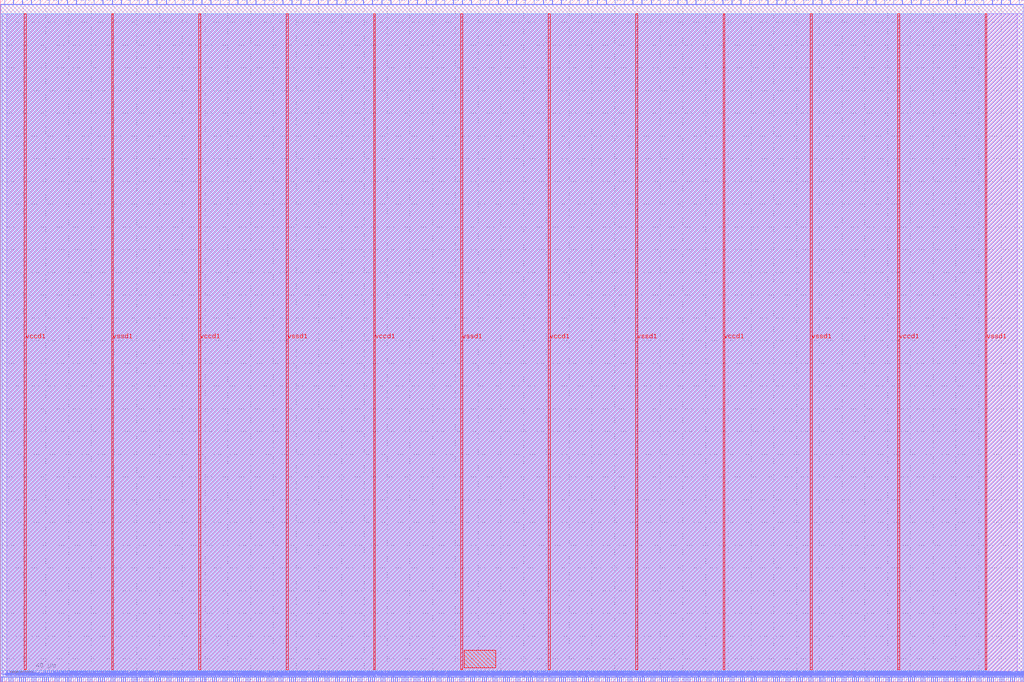
<source format=lef>
VERSION 5.7 ;
  NOWIREEXTENSIONATPIN ON ;
  DIVIDERCHAR "/" ;
  BUSBITCHARS "[]" ;
MACRO user_proj_example
  CLASS BLOCK ;
  FOREIGN user_proj_example ;
  ORIGIN 0.000 0.000 ;
  SIZE 900.000 BY 600.000 ;
  PIN io_in[0]
    DIRECTION INPUT ;
    USE SIGNAL ;
    PORT
      LAYER met2 ;
        RECT 3.770 596.000 4.050 600.000 ;
    END
  END io_in[0]
  PIN io_in[10]
    DIRECTION INPUT ;
    USE SIGNAL ;
    PORT
      LAYER met2 ;
        RECT 240.670 596.000 240.950 600.000 ;
    END
  END io_in[10]
  PIN io_in[11]
    DIRECTION INPUT ;
    USE SIGNAL ;
    PORT
      LAYER met2 ;
        RECT 264.130 596.000 264.410 600.000 ;
    END
  END io_in[11]
  PIN io_in[12]
    DIRECTION INPUT ;
    USE SIGNAL ;
    PORT
      LAYER met2 ;
        RECT 288.050 596.000 288.330 600.000 ;
    END
  END io_in[12]
  PIN io_in[13]
    DIRECTION INPUT ;
    USE SIGNAL ;
    PORT
      LAYER met2 ;
        RECT 311.510 596.000 311.790 600.000 ;
    END
  END io_in[13]
  PIN io_in[14]
    DIRECTION INPUT ;
    USE SIGNAL ;
    PORT
      LAYER met2 ;
        RECT 335.430 596.000 335.710 600.000 ;
    END
  END io_in[14]
  PIN io_in[15]
    DIRECTION INPUT ;
    USE SIGNAL ;
    PORT
      LAYER met2 ;
        RECT 358.890 596.000 359.170 600.000 ;
    END
  END io_in[15]
  PIN io_in[16]
    DIRECTION INPUT ;
    USE SIGNAL ;
    PORT
      LAYER met2 ;
        RECT 382.810 596.000 383.090 600.000 ;
    END
  END io_in[16]
  PIN io_in[17]
    DIRECTION INPUT ;
    USE SIGNAL ;
    PORT
      LAYER met2 ;
        RECT 406.270 596.000 406.550 600.000 ;
    END
  END io_in[17]
  PIN io_in[18]
    DIRECTION INPUT ;
    USE SIGNAL ;
    PORT
      LAYER met2 ;
        RECT 430.190 596.000 430.470 600.000 ;
    END
  END io_in[18]
  PIN io_in[19]
    DIRECTION INPUT ;
    USE SIGNAL ;
    PORT
      LAYER met2 ;
        RECT 453.650 596.000 453.930 600.000 ;
    END
  END io_in[19]
  PIN io_in[1]
    DIRECTION INPUT ;
    USE SIGNAL ;
    PORT
      LAYER met2 ;
        RECT 27.230 596.000 27.510 600.000 ;
    END
  END io_in[1]
  PIN io_in[20]
    DIRECTION INPUT ;
    USE SIGNAL ;
    PORT
      LAYER met2 ;
        RECT 477.570 596.000 477.850 600.000 ;
    END
  END io_in[20]
  PIN io_in[21]
    DIRECTION INPUT ;
    USE SIGNAL ;
    PORT
      LAYER met2 ;
        RECT 501.030 596.000 501.310 600.000 ;
    END
  END io_in[21]
  PIN io_in[22]
    DIRECTION INPUT ;
    USE SIGNAL ;
    PORT
      LAYER met2 ;
        RECT 524.950 596.000 525.230 600.000 ;
    END
  END io_in[22]
  PIN io_in[23]
    DIRECTION INPUT ;
    USE SIGNAL ;
    PORT
      LAYER met2 ;
        RECT 548.410 596.000 548.690 600.000 ;
    END
  END io_in[23]
  PIN io_in[24]
    DIRECTION INPUT ;
    USE SIGNAL ;
    PORT
      LAYER met2 ;
        RECT 572.330 596.000 572.610 600.000 ;
    END
  END io_in[24]
  PIN io_in[25]
    DIRECTION INPUT ;
    USE SIGNAL ;
    PORT
      LAYER met2 ;
        RECT 595.790 596.000 596.070 600.000 ;
    END
  END io_in[25]
  PIN io_in[26]
    DIRECTION INPUT ;
    USE SIGNAL ;
    PORT
      LAYER met2 ;
        RECT 619.710 596.000 619.990 600.000 ;
    END
  END io_in[26]
  PIN io_in[27]
    DIRECTION INPUT ;
    USE SIGNAL ;
    PORT
      LAYER met2 ;
        RECT 643.170 596.000 643.450 600.000 ;
    END
  END io_in[27]
  PIN io_in[28]
    DIRECTION INPUT ;
    USE SIGNAL ;
    PORT
      LAYER met2 ;
        RECT 667.090 596.000 667.370 600.000 ;
    END
  END io_in[28]
  PIN io_in[29]
    DIRECTION INPUT ;
    USE SIGNAL ;
    PORT
      LAYER met2 ;
        RECT 690.550 596.000 690.830 600.000 ;
    END
  END io_in[29]
  PIN io_in[2]
    DIRECTION INPUT ;
    USE SIGNAL ;
    PORT
      LAYER met2 ;
        RECT 51.150 596.000 51.430 600.000 ;
    END
  END io_in[2]
  PIN io_in[30]
    DIRECTION INPUT ;
    USE SIGNAL ;
    PORT
      LAYER met2 ;
        RECT 714.470 596.000 714.750 600.000 ;
    END
  END io_in[30]
  PIN io_in[31]
    DIRECTION INPUT ;
    USE SIGNAL ;
    PORT
      LAYER met2 ;
        RECT 737.930 596.000 738.210 600.000 ;
    END
  END io_in[31]
  PIN io_in[32]
    DIRECTION INPUT ;
    USE SIGNAL ;
    PORT
      LAYER met2 ;
        RECT 761.850 596.000 762.130 600.000 ;
    END
  END io_in[32]
  PIN io_in[33]
    DIRECTION INPUT ;
    USE SIGNAL ;
    PORT
      LAYER met2 ;
        RECT 785.310 596.000 785.590 600.000 ;
    END
  END io_in[33]
  PIN io_in[34]
    DIRECTION INPUT ;
    USE SIGNAL ;
    PORT
      LAYER met2 ;
        RECT 809.230 596.000 809.510 600.000 ;
    END
  END io_in[34]
  PIN io_in[35]
    DIRECTION INPUT ;
    USE SIGNAL ;
    PORT
      LAYER met2 ;
        RECT 832.690 596.000 832.970 600.000 ;
    END
  END io_in[35]
  PIN io_in[36]
    DIRECTION INPUT ;
    USE SIGNAL ;
    PORT
      LAYER met2 ;
        RECT 856.610 596.000 856.890 600.000 ;
    END
  END io_in[36]
  PIN io_in[37]
    DIRECTION INPUT ;
    USE SIGNAL ;
    PORT
      LAYER met2 ;
        RECT 880.070 596.000 880.350 600.000 ;
    END
  END io_in[37]
  PIN io_in[3]
    DIRECTION INPUT ;
    USE SIGNAL ;
    PORT
      LAYER met2 ;
        RECT 74.610 596.000 74.890 600.000 ;
    END
  END io_in[3]
  PIN io_in[4]
    DIRECTION INPUT ;
    USE SIGNAL ;
    PORT
      LAYER met2 ;
        RECT 98.530 596.000 98.810 600.000 ;
    END
  END io_in[4]
  PIN io_in[5]
    DIRECTION INPUT ;
    USE SIGNAL ;
    PORT
      LAYER met2 ;
        RECT 121.990 596.000 122.270 600.000 ;
    END
  END io_in[5]
  PIN io_in[6]
    DIRECTION INPUT ;
    USE SIGNAL ;
    PORT
      LAYER met2 ;
        RECT 145.910 596.000 146.190 600.000 ;
    END
  END io_in[6]
  PIN io_in[7]
    DIRECTION INPUT ;
    USE SIGNAL ;
    PORT
      LAYER met2 ;
        RECT 169.370 596.000 169.650 600.000 ;
    END
  END io_in[7]
  PIN io_in[8]
    DIRECTION INPUT ;
    USE SIGNAL ;
    PORT
      LAYER met2 ;
        RECT 193.290 596.000 193.570 600.000 ;
    END
  END io_in[8]
  PIN io_in[9]
    DIRECTION INPUT ;
    USE SIGNAL ;
    PORT
      LAYER met2 ;
        RECT 216.750 596.000 217.030 600.000 ;
    END
  END io_in[9]
  PIN io_oeb[0]
    DIRECTION OUTPUT TRISTATE ;
    USE SIGNAL ;
    PORT
      LAYER met2 ;
        RECT 11.590 596.000 11.870 600.000 ;
    END
  END io_oeb[0]
  PIN io_oeb[10]
    DIRECTION OUTPUT TRISTATE ;
    USE SIGNAL ;
    PORT
      LAYER met2 ;
        RECT 248.490 596.000 248.770 600.000 ;
    END
  END io_oeb[10]
  PIN io_oeb[11]
    DIRECTION OUTPUT TRISTATE ;
    USE SIGNAL ;
    PORT
      LAYER met2 ;
        RECT 271.950 596.000 272.230 600.000 ;
    END
  END io_oeb[11]
  PIN io_oeb[12]
    DIRECTION OUTPUT TRISTATE ;
    USE SIGNAL ;
    PORT
      LAYER met2 ;
        RECT 295.870 596.000 296.150 600.000 ;
    END
  END io_oeb[12]
  PIN io_oeb[13]
    DIRECTION OUTPUT TRISTATE ;
    USE SIGNAL ;
    PORT
      LAYER met2 ;
        RECT 319.330 596.000 319.610 600.000 ;
    END
  END io_oeb[13]
  PIN io_oeb[14]
    DIRECTION OUTPUT TRISTATE ;
    USE SIGNAL ;
    PORT
      LAYER met2 ;
        RECT 343.250 596.000 343.530 600.000 ;
    END
  END io_oeb[14]
  PIN io_oeb[15]
    DIRECTION OUTPUT TRISTATE ;
    USE SIGNAL ;
    PORT
      LAYER met2 ;
        RECT 366.710 596.000 366.990 600.000 ;
    END
  END io_oeb[15]
  PIN io_oeb[16]
    DIRECTION OUTPUT TRISTATE ;
    USE SIGNAL ;
    PORT
      LAYER met2 ;
        RECT 390.630 596.000 390.910 600.000 ;
    END
  END io_oeb[16]
  PIN io_oeb[17]
    DIRECTION OUTPUT TRISTATE ;
    USE SIGNAL ;
    PORT
      LAYER met2 ;
        RECT 414.090 596.000 414.370 600.000 ;
    END
  END io_oeb[17]
  PIN io_oeb[18]
    DIRECTION OUTPUT TRISTATE ;
    USE SIGNAL ;
    PORT
      LAYER met2 ;
        RECT 438.010 596.000 438.290 600.000 ;
    END
  END io_oeb[18]
  PIN io_oeb[19]
    DIRECTION OUTPUT TRISTATE ;
    USE SIGNAL ;
    PORT
      LAYER met2 ;
        RECT 461.470 596.000 461.750 600.000 ;
    END
  END io_oeb[19]
  PIN io_oeb[1]
    DIRECTION OUTPUT TRISTATE ;
    USE SIGNAL ;
    PORT
      LAYER met2 ;
        RECT 35.050 596.000 35.330 600.000 ;
    END
  END io_oeb[1]
  PIN io_oeb[20]
    DIRECTION OUTPUT TRISTATE ;
    USE SIGNAL ;
    PORT
      LAYER met2 ;
        RECT 485.390 596.000 485.670 600.000 ;
    END
  END io_oeb[20]
  PIN io_oeb[21]
    DIRECTION OUTPUT TRISTATE ;
    USE SIGNAL ;
    PORT
      LAYER met2 ;
        RECT 508.850 596.000 509.130 600.000 ;
    END
  END io_oeb[21]
  PIN io_oeb[22]
    DIRECTION OUTPUT TRISTATE ;
    USE SIGNAL ;
    PORT
      LAYER met2 ;
        RECT 532.770 596.000 533.050 600.000 ;
    END
  END io_oeb[22]
  PIN io_oeb[23]
    DIRECTION OUTPUT TRISTATE ;
    USE SIGNAL ;
    PORT
      LAYER met2 ;
        RECT 556.230 596.000 556.510 600.000 ;
    END
  END io_oeb[23]
  PIN io_oeb[24]
    DIRECTION OUTPUT TRISTATE ;
    USE SIGNAL ;
    PORT
      LAYER met2 ;
        RECT 580.150 596.000 580.430 600.000 ;
    END
  END io_oeb[24]
  PIN io_oeb[25]
    DIRECTION OUTPUT TRISTATE ;
    USE SIGNAL ;
    PORT
      LAYER met2 ;
        RECT 603.610 596.000 603.890 600.000 ;
    END
  END io_oeb[25]
  PIN io_oeb[26]
    DIRECTION OUTPUT TRISTATE ;
    USE SIGNAL ;
    PORT
      LAYER met2 ;
        RECT 627.530 596.000 627.810 600.000 ;
    END
  END io_oeb[26]
  PIN io_oeb[27]
    DIRECTION OUTPUT TRISTATE ;
    USE SIGNAL ;
    PORT
      LAYER met2 ;
        RECT 650.990 596.000 651.270 600.000 ;
    END
  END io_oeb[27]
  PIN io_oeb[28]
    DIRECTION OUTPUT TRISTATE ;
    USE SIGNAL ;
    PORT
      LAYER met2 ;
        RECT 674.910 596.000 675.190 600.000 ;
    END
  END io_oeb[28]
  PIN io_oeb[29]
    DIRECTION OUTPUT TRISTATE ;
    USE SIGNAL ;
    PORT
      LAYER met2 ;
        RECT 698.370 596.000 698.650 600.000 ;
    END
  END io_oeb[29]
  PIN io_oeb[2]
    DIRECTION OUTPUT TRISTATE ;
    USE SIGNAL ;
    PORT
      LAYER met2 ;
        RECT 58.970 596.000 59.250 600.000 ;
    END
  END io_oeb[2]
  PIN io_oeb[30]
    DIRECTION OUTPUT TRISTATE ;
    USE SIGNAL ;
    PORT
      LAYER met2 ;
        RECT 722.290 596.000 722.570 600.000 ;
    END
  END io_oeb[30]
  PIN io_oeb[31]
    DIRECTION OUTPUT TRISTATE ;
    USE SIGNAL ;
    PORT
      LAYER met2 ;
        RECT 745.750 596.000 746.030 600.000 ;
    END
  END io_oeb[31]
  PIN io_oeb[32]
    DIRECTION OUTPUT TRISTATE ;
    USE SIGNAL ;
    PORT
      LAYER met2 ;
        RECT 769.670 596.000 769.950 600.000 ;
    END
  END io_oeb[32]
  PIN io_oeb[33]
    DIRECTION OUTPUT TRISTATE ;
    USE SIGNAL ;
    PORT
      LAYER met2 ;
        RECT 793.130 596.000 793.410 600.000 ;
    END
  END io_oeb[33]
  PIN io_oeb[34]
    DIRECTION OUTPUT TRISTATE ;
    USE SIGNAL ;
    PORT
      LAYER met2 ;
        RECT 817.050 596.000 817.330 600.000 ;
    END
  END io_oeb[34]
  PIN io_oeb[35]
    DIRECTION OUTPUT TRISTATE ;
    USE SIGNAL ;
    PORT
      LAYER met2 ;
        RECT 840.510 596.000 840.790 600.000 ;
    END
  END io_oeb[35]
  PIN io_oeb[36]
    DIRECTION OUTPUT TRISTATE ;
    USE SIGNAL ;
    PORT
      LAYER met2 ;
        RECT 864.430 596.000 864.710 600.000 ;
    END
  END io_oeb[36]
  PIN io_oeb[37]
    DIRECTION OUTPUT TRISTATE ;
    USE SIGNAL ;
    PORT
      LAYER met2 ;
        RECT 887.890 596.000 888.170 600.000 ;
    END
  END io_oeb[37]
  PIN io_oeb[3]
    DIRECTION OUTPUT TRISTATE ;
    USE SIGNAL ;
    PORT
      LAYER met2 ;
        RECT 82.430 596.000 82.710 600.000 ;
    END
  END io_oeb[3]
  PIN io_oeb[4]
    DIRECTION OUTPUT TRISTATE ;
    USE SIGNAL ;
    PORT
      LAYER met2 ;
        RECT 106.350 596.000 106.630 600.000 ;
    END
  END io_oeb[4]
  PIN io_oeb[5]
    DIRECTION OUTPUT TRISTATE ;
    USE SIGNAL ;
    PORT
      LAYER met2 ;
        RECT 129.810 596.000 130.090 600.000 ;
    END
  END io_oeb[5]
  PIN io_oeb[6]
    DIRECTION OUTPUT TRISTATE ;
    USE SIGNAL ;
    PORT
      LAYER met2 ;
        RECT 153.730 596.000 154.010 600.000 ;
    END
  END io_oeb[6]
  PIN io_oeb[7]
    DIRECTION OUTPUT TRISTATE ;
    USE SIGNAL ;
    PORT
      LAYER met2 ;
        RECT 177.190 596.000 177.470 600.000 ;
    END
  END io_oeb[7]
  PIN io_oeb[8]
    DIRECTION OUTPUT TRISTATE ;
    USE SIGNAL ;
    PORT
      LAYER met2 ;
        RECT 201.110 596.000 201.390 600.000 ;
    END
  END io_oeb[8]
  PIN io_oeb[9]
    DIRECTION OUTPUT TRISTATE ;
    USE SIGNAL ;
    PORT
      LAYER met2 ;
        RECT 224.570 596.000 224.850 600.000 ;
    END
  END io_oeb[9]
  PIN io_out[0]
    DIRECTION OUTPUT TRISTATE ;
    USE SIGNAL ;
    PORT
      LAYER met2 ;
        RECT 19.410 596.000 19.690 600.000 ;
    END
  END io_out[0]
  PIN io_out[10]
    DIRECTION OUTPUT TRISTATE ;
    USE SIGNAL ;
    PORT
      LAYER met2 ;
        RECT 256.310 596.000 256.590 600.000 ;
    END
  END io_out[10]
  PIN io_out[11]
    DIRECTION OUTPUT TRISTATE ;
    USE SIGNAL ;
    PORT
      LAYER met2 ;
        RECT 279.770 596.000 280.050 600.000 ;
    END
  END io_out[11]
  PIN io_out[12]
    DIRECTION OUTPUT TRISTATE ;
    USE SIGNAL ;
    PORT
      LAYER met2 ;
        RECT 303.690 596.000 303.970 600.000 ;
    END
  END io_out[12]
  PIN io_out[13]
    DIRECTION OUTPUT TRISTATE ;
    USE SIGNAL ;
    PORT
      LAYER met2 ;
        RECT 327.150 596.000 327.430 600.000 ;
    END
  END io_out[13]
  PIN io_out[14]
    DIRECTION OUTPUT TRISTATE ;
    USE SIGNAL ;
    PORT
      LAYER met2 ;
        RECT 351.070 596.000 351.350 600.000 ;
    END
  END io_out[14]
  PIN io_out[15]
    DIRECTION OUTPUT TRISTATE ;
    USE SIGNAL ;
    PORT
      LAYER met2 ;
        RECT 374.530 596.000 374.810 600.000 ;
    END
  END io_out[15]
  PIN io_out[16]
    DIRECTION OUTPUT TRISTATE ;
    USE SIGNAL ;
    PORT
      LAYER met2 ;
        RECT 398.450 596.000 398.730 600.000 ;
    END
  END io_out[16]
  PIN io_out[17]
    DIRECTION OUTPUT TRISTATE ;
    USE SIGNAL ;
    PORT
      LAYER met2 ;
        RECT 421.910 596.000 422.190 600.000 ;
    END
  END io_out[17]
  PIN io_out[18]
    DIRECTION OUTPUT TRISTATE ;
    USE SIGNAL ;
    PORT
      LAYER met2 ;
        RECT 445.830 596.000 446.110 600.000 ;
    END
  END io_out[18]
  PIN io_out[19]
    DIRECTION OUTPUT TRISTATE ;
    USE SIGNAL ;
    PORT
      LAYER met2 ;
        RECT 469.290 596.000 469.570 600.000 ;
    END
  END io_out[19]
  PIN io_out[1]
    DIRECTION OUTPUT TRISTATE ;
    USE SIGNAL ;
    PORT
      LAYER met2 ;
        RECT 42.870 596.000 43.150 600.000 ;
    END
  END io_out[1]
  PIN io_out[20]
    DIRECTION OUTPUT TRISTATE ;
    USE SIGNAL ;
    PORT
      LAYER met2 ;
        RECT 493.210 596.000 493.490 600.000 ;
    END
  END io_out[20]
  PIN io_out[21]
    DIRECTION OUTPUT TRISTATE ;
    USE SIGNAL ;
    PORT
      LAYER met2 ;
        RECT 516.670 596.000 516.950 600.000 ;
    END
  END io_out[21]
  PIN io_out[22]
    DIRECTION OUTPUT TRISTATE ;
    USE SIGNAL ;
    PORT
      LAYER met2 ;
        RECT 540.590 596.000 540.870 600.000 ;
    END
  END io_out[22]
  PIN io_out[23]
    DIRECTION OUTPUT TRISTATE ;
    USE SIGNAL ;
    PORT
      LAYER met2 ;
        RECT 564.050 596.000 564.330 600.000 ;
    END
  END io_out[23]
  PIN io_out[24]
    DIRECTION OUTPUT TRISTATE ;
    USE SIGNAL ;
    PORT
      LAYER met2 ;
        RECT 587.970 596.000 588.250 600.000 ;
    END
  END io_out[24]
  PIN io_out[25]
    DIRECTION OUTPUT TRISTATE ;
    USE SIGNAL ;
    PORT
      LAYER met2 ;
        RECT 611.430 596.000 611.710 600.000 ;
    END
  END io_out[25]
  PIN io_out[26]
    DIRECTION OUTPUT TRISTATE ;
    USE SIGNAL ;
    PORT
      LAYER met2 ;
        RECT 635.350 596.000 635.630 600.000 ;
    END
  END io_out[26]
  PIN io_out[27]
    DIRECTION OUTPUT TRISTATE ;
    USE SIGNAL ;
    PORT
      LAYER met2 ;
        RECT 658.810 596.000 659.090 600.000 ;
    END
  END io_out[27]
  PIN io_out[28]
    DIRECTION OUTPUT TRISTATE ;
    USE SIGNAL ;
    PORT
      LAYER met2 ;
        RECT 682.730 596.000 683.010 600.000 ;
    END
  END io_out[28]
  PIN io_out[29]
    DIRECTION OUTPUT TRISTATE ;
    USE SIGNAL ;
    PORT
      LAYER met2 ;
        RECT 706.190 596.000 706.470 600.000 ;
    END
  END io_out[29]
  PIN io_out[2]
    DIRECTION OUTPUT TRISTATE ;
    USE SIGNAL ;
    PORT
      LAYER met2 ;
        RECT 66.790 596.000 67.070 600.000 ;
    END
  END io_out[2]
  PIN io_out[30]
    DIRECTION OUTPUT TRISTATE ;
    USE SIGNAL ;
    PORT
      LAYER met2 ;
        RECT 730.110 596.000 730.390 600.000 ;
    END
  END io_out[30]
  PIN io_out[31]
    DIRECTION OUTPUT TRISTATE ;
    USE SIGNAL ;
    PORT
      LAYER met2 ;
        RECT 753.570 596.000 753.850 600.000 ;
    END
  END io_out[31]
  PIN io_out[32]
    DIRECTION OUTPUT TRISTATE ;
    USE SIGNAL ;
    PORT
      LAYER met2 ;
        RECT 777.490 596.000 777.770 600.000 ;
    END
  END io_out[32]
  PIN io_out[33]
    DIRECTION OUTPUT TRISTATE ;
    USE SIGNAL ;
    PORT
      LAYER met2 ;
        RECT 800.950 596.000 801.230 600.000 ;
    END
  END io_out[33]
  PIN io_out[34]
    DIRECTION OUTPUT TRISTATE ;
    USE SIGNAL ;
    PORT
      LAYER met2 ;
        RECT 824.870 596.000 825.150 600.000 ;
    END
  END io_out[34]
  PIN io_out[35]
    DIRECTION OUTPUT TRISTATE ;
    USE SIGNAL ;
    PORT
      LAYER met2 ;
        RECT 848.330 596.000 848.610 600.000 ;
    END
  END io_out[35]
  PIN io_out[36]
    DIRECTION OUTPUT TRISTATE ;
    USE SIGNAL ;
    PORT
      LAYER met2 ;
        RECT 872.250 596.000 872.530 600.000 ;
    END
  END io_out[36]
  PIN io_out[37]
    DIRECTION OUTPUT TRISTATE ;
    USE SIGNAL ;
    PORT
      LAYER met2 ;
        RECT 895.710 596.000 895.990 600.000 ;
    END
  END io_out[37]
  PIN io_out[3]
    DIRECTION OUTPUT TRISTATE ;
    USE SIGNAL ;
    PORT
      LAYER met2 ;
        RECT 90.250 596.000 90.530 600.000 ;
    END
  END io_out[3]
  PIN io_out[4]
    DIRECTION OUTPUT TRISTATE ;
    USE SIGNAL ;
    PORT
      LAYER met2 ;
        RECT 114.170 596.000 114.450 600.000 ;
    END
  END io_out[4]
  PIN io_out[5]
    DIRECTION OUTPUT TRISTATE ;
    USE SIGNAL ;
    PORT
      LAYER met2 ;
        RECT 137.630 596.000 137.910 600.000 ;
    END
  END io_out[5]
  PIN io_out[6]
    DIRECTION OUTPUT TRISTATE ;
    USE SIGNAL ;
    PORT
      LAYER met2 ;
        RECT 161.550 596.000 161.830 600.000 ;
    END
  END io_out[6]
  PIN io_out[7]
    DIRECTION OUTPUT TRISTATE ;
    USE SIGNAL ;
    PORT
      LAYER met2 ;
        RECT 185.010 596.000 185.290 600.000 ;
    END
  END io_out[7]
  PIN io_out[8]
    DIRECTION OUTPUT TRISTATE ;
    USE SIGNAL ;
    PORT
      LAYER met2 ;
        RECT 208.930 596.000 209.210 600.000 ;
    END
  END io_out[8]
  PIN io_out[9]
    DIRECTION OUTPUT TRISTATE ;
    USE SIGNAL ;
    PORT
      LAYER met2 ;
        RECT 232.390 596.000 232.670 600.000 ;
    END
  END io_out[9]
  PIN irq[0]
    DIRECTION OUTPUT TRISTATE ;
    USE SIGNAL ;
    PORT
      LAYER met2 ;
        RECT 895.250 0.000 895.530 4.000 ;
    END
  END irq[0]
  PIN irq[1]
    DIRECTION OUTPUT TRISTATE ;
    USE SIGNAL ;
    PORT
      LAYER met2 ;
        RECT 897.090 0.000 897.370 4.000 ;
    END
  END irq[1]
  PIN irq[2]
    DIRECTION OUTPUT TRISTATE ;
    USE SIGNAL ;
    PORT
      LAYER met2 ;
        RECT 898.930 0.000 899.210 4.000 ;
    END
  END irq[2]
  PIN la_data_in[0]
    DIRECTION INPUT ;
    USE SIGNAL ;
    PORT
      LAYER met2 ;
        RECT 193.750 0.000 194.030 4.000 ;
    END
  END la_data_in[0]
  PIN la_data_in[100]
    DIRECTION INPUT ;
    USE SIGNAL ;
    PORT
      LAYER met2 ;
        RECT 741.610 0.000 741.890 4.000 ;
    END
  END la_data_in[100]
  PIN la_data_in[101]
    DIRECTION INPUT ;
    USE SIGNAL ;
    PORT
      LAYER met2 ;
        RECT 747.130 0.000 747.410 4.000 ;
    END
  END la_data_in[101]
  PIN la_data_in[102]
    DIRECTION INPUT ;
    USE SIGNAL ;
    PORT
      LAYER met2 ;
        RECT 752.650 0.000 752.930 4.000 ;
    END
  END la_data_in[102]
  PIN la_data_in[103]
    DIRECTION INPUT ;
    USE SIGNAL ;
    PORT
      LAYER met2 ;
        RECT 758.170 0.000 758.450 4.000 ;
    END
  END la_data_in[103]
  PIN la_data_in[104]
    DIRECTION INPUT ;
    USE SIGNAL ;
    PORT
      LAYER met2 ;
        RECT 763.690 0.000 763.970 4.000 ;
    END
  END la_data_in[104]
  PIN la_data_in[105]
    DIRECTION INPUT ;
    USE SIGNAL ;
    PORT
      LAYER met2 ;
        RECT 769.210 0.000 769.490 4.000 ;
    END
  END la_data_in[105]
  PIN la_data_in[106]
    DIRECTION INPUT ;
    USE SIGNAL ;
    PORT
      LAYER met2 ;
        RECT 774.730 0.000 775.010 4.000 ;
    END
  END la_data_in[106]
  PIN la_data_in[107]
    DIRECTION INPUT ;
    USE SIGNAL ;
    PORT
      LAYER met2 ;
        RECT 780.250 0.000 780.530 4.000 ;
    END
  END la_data_in[107]
  PIN la_data_in[108]
    DIRECTION INPUT ;
    USE SIGNAL ;
    PORT
      LAYER met2 ;
        RECT 785.310 0.000 785.590 4.000 ;
    END
  END la_data_in[108]
  PIN la_data_in[109]
    DIRECTION INPUT ;
    USE SIGNAL ;
    PORT
      LAYER met2 ;
        RECT 790.830 0.000 791.110 4.000 ;
    END
  END la_data_in[109]
  PIN la_data_in[10]
    DIRECTION INPUT ;
    USE SIGNAL ;
    PORT
      LAYER met2 ;
        RECT 248.490 0.000 248.770 4.000 ;
    END
  END la_data_in[10]
  PIN la_data_in[110]
    DIRECTION INPUT ;
    USE SIGNAL ;
    PORT
      LAYER met2 ;
        RECT 796.350 0.000 796.630 4.000 ;
    END
  END la_data_in[110]
  PIN la_data_in[111]
    DIRECTION INPUT ;
    USE SIGNAL ;
    PORT
      LAYER met2 ;
        RECT 801.870 0.000 802.150 4.000 ;
    END
  END la_data_in[111]
  PIN la_data_in[112]
    DIRECTION INPUT ;
    USE SIGNAL ;
    PORT
      LAYER met2 ;
        RECT 807.390 0.000 807.670 4.000 ;
    END
  END la_data_in[112]
  PIN la_data_in[113]
    DIRECTION INPUT ;
    USE SIGNAL ;
    PORT
      LAYER met2 ;
        RECT 812.910 0.000 813.190 4.000 ;
    END
  END la_data_in[113]
  PIN la_data_in[114]
    DIRECTION INPUT ;
    USE SIGNAL ;
    PORT
      LAYER met2 ;
        RECT 818.430 0.000 818.710 4.000 ;
    END
  END la_data_in[114]
  PIN la_data_in[115]
    DIRECTION INPUT ;
    USE SIGNAL ;
    PORT
      LAYER met2 ;
        RECT 823.950 0.000 824.230 4.000 ;
    END
  END la_data_in[115]
  PIN la_data_in[116]
    DIRECTION INPUT ;
    USE SIGNAL ;
    PORT
      LAYER met2 ;
        RECT 829.470 0.000 829.750 4.000 ;
    END
  END la_data_in[116]
  PIN la_data_in[117]
    DIRECTION INPUT ;
    USE SIGNAL ;
    PORT
      LAYER met2 ;
        RECT 834.990 0.000 835.270 4.000 ;
    END
  END la_data_in[117]
  PIN la_data_in[118]
    DIRECTION INPUT ;
    USE SIGNAL ;
    PORT
      LAYER met2 ;
        RECT 840.510 0.000 840.790 4.000 ;
    END
  END la_data_in[118]
  PIN la_data_in[119]
    DIRECTION INPUT ;
    USE SIGNAL ;
    PORT
      LAYER met2 ;
        RECT 845.570 0.000 845.850 4.000 ;
    END
  END la_data_in[119]
  PIN la_data_in[11]
    DIRECTION INPUT ;
    USE SIGNAL ;
    PORT
      LAYER met2 ;
        RECT 254.010 0.000 254.290 4.000 ;
    END
  END la_data_in[11]
  PIN la_data_in[120]
    DIRECTION INPUT ;
    USE SIGNAL ;
    PORT
      LAYER met2 ;
        RECT 851.090 0.000 851.370 4.000 ;
    END
  END la_data_in[120]
  PIN la_data_in[121]
    DIRECTION INPUT ;
    USE SIGNAL ;
    PORT
      LAYER met2 ;
        RECT 856.610 0.000 856.890 4.000 ;
    END
  END la_data_in[121]
  PIN la_data_in[122]
    DIRECTION INPUT ;
    USE SIGNAL ;
    PORT
      LAYER met2 ;
        RECT 862.130 0.000 862.410 4.000 ;
    END
  END la_data_in[122]
  PIN la_data_in[123]
    DIRECTION INPUT ;
    USE SIGNAL ;
    PORT
      LAYER met2 ;
        RECT 867.650 0.000 867.930 4.000 ;
    END
  END la_data_in[123]
  PIN la_data_in[124]
    DIRECTION INPUT ;
    USE SIGNAL ;
    PORT
      LAYER met2 ;
        RECT 873.170 0.000 873.450 4.000 ;
    END
  END la_data_in[124]
  PIN la_data_in[125]
    DIRECTION INPUT ;
    USE SIGNAL ;
    PORT
      LAYER met2 ;
        RECT 878.690 0.000 878.970 4.000 ;
    END
  END la_data_in[125]
  PIN la_data_in[126]
    DIRECTION INPUT ;
    USE SIGNAL ;
    PORT
      LAYER met2 ;
        RECT 884.210 0.000 884.490 4.000 ;
    END
  END la_data_in[126]
  PIN la_data_in[127]
    DIRECTION INPUT ;
    USE SIGNAL ;
    PORT
      LAYER met2 ;
        RECT 889.730 0.000 890.010 4.000 ;
    END
  END la_data_in[127]
  PIN la_data_in[12]
    DIRECTION INPUT ;
    USE SIGNAL ;
    PORT
      LAYER met2 ;
        RECT 259.530 0.000 259.810 4.000 ;
    END
  END la_data_in[12]
  PIN la_data_in[13]
    DIRECTION INPUT ;
    USE SIGNAL ;
    PORT
      LAYER met2 ;
        RECT 265.050 0.000 265.330 4.000 ;
    END
  END la_data_in[13]
  PIN la_data_in[14]
    DIRECTION INPUT ;
    USE SIGNAL ;
    PORT
      LAYER met2 ;
        RECT 270.570 0.000 270.850 4.000 ;
    END
  END la_data_in[14]
  PIN la_data_in[15]
    DIRECTION INPUT ;
    USE SIGNAL ;
    PORT
      LAYER met2 ;
        RECT 276.090 0.000 276.370 4.000 ;
    END
  END la_data_in[15]
  PIN la_data_in[16]
    DIRECTION INPUT ;
    USE SIGNAL ;
    PORT
      LAYER met2 ;
        RECT 281.610 0.000 281.890 4.000 ;
    END
  END la_data_in[16]
  PIN la_data_in[17]
    DIRECTION INPUT ;
    USE SIGNAL ;
    PORT
      LAYER met2 ;
        RECT 287.130 0.000 287.410 4.000 ;
    END
  END la_data_in[17]
  PIN la_data_in[18]
    DIRECTION INPUT ;
    USE SIGNAL ;
    PORT
      LAYER met2 ;
        RECT 292.650 0.000 292.930 4.000 ;
    END
  END la_data_in[18]
  PIN la_data_in[19]
    DIRECTION INPUT ;
    USE SIGNAL ;
    PORT
      LAYER met2 ;
        RECT 298.170 0.000 298.450 4.000 ;
    END
  END la_data_in[19]
  PIN la_data_in[1]
    DIRECTION INPUT ;
    USE SIGNAL ;
    PORT
      LAYER met2 ;
        RECT 199.270 0.000 199.550 4.000 ;
    END
  END la_data_in[1]
  PIN la_data_in[20]
    DIRECTION INPUT ;
    USE SIGNAL ;
    PORT
      LAYER met2 ;
        RECT 303.230 0.000 303.510 4.000 ;
    END
  END la_data_in[20]
  PIN la_data_in[21]
    DIRECTION INPUT ;
    USE SIGNAL ;
    PORT
      LAYER met2 ;
        RECT 308.750 0.000 309.030 4.000 ;
    END
  END la_data_in[21]
  PIN la_data_in[22]
    DIRECTION INPUT ;
    USE SIGNAL ;
    PORT
      LAYER met2 ;
        RECT 314.270 0.000 314.550 4.000 ;
    END
  END la_data_in[22]
  PIN la_data_in[23]
    DIRECTION INPUT ;
    USE SIGNAL ;
    PORT
      LAYER met2 ;
        RECT 319.790 0.000 320.070 4.000 ;
    END
  END la_data_in[23]
  PIN la_data_in[24]
    DIRECTION INPUT ;
    USE SIGNAL ;
    PORT
      LAYER met2 ;
        RECT 325.310 0.000 325.590 4.000 ;
    END
  END la_data_in[24]
  PIN la_data_in[25]
    DIRECTION INPUT ;
    USE SIGNAL ;
    PORT
      LAYER met2 ;
        RECT 330.830 0.000 331.110 4.000 ;
    END
  END la_data_in[25]
  PIN la_data_in[26]
    DIRECTION INPUT ;
    USE SIGNAL ;
    PORT
      LAYER met2 ;
        RECT 336.350 0.000 336.630 4.000 ;
    END
  END la_data_in[26]
  PIN la_data_in[27]
    DIRECTION INPUT ;
    USE SIGNAL ;
    PORT
      LAYER met2 ;
        RECT 341.870 0.000 342.150 4.000 ;
    END
  END la_data_in[27]
  PIN la_data_in[28]
    DIRECTION INPUT ;
    USE SIGNAL ;
    PORT
      LAYER met2 ;
        RECT 347.390 0.000 347.670 4.000 ;
    END
  END la_data_in[28]
  PIN la_data_in[29]
    DIRECTION INPUT ;
    USE SIGNAL ;
    PORT
      LAYER met2 ;
        RECT 352.910 0.000 353.190 4.000 ;
    END
  END la_data_in[29]
  PIN la_data_in[2]
    DIRECTION INPUT ;
    USE SIGNAL ;
    PORT
      LAYER met2 ;
        RECT 204.790 0.000 205.070 4.000 ;
    END
  END la_data_in[2]
  PIN la_data_in[30]
    DIRECTION INPUT ;
    USE SIGNAL ;
    PORT
      LAYER met2 ;
        RECT 358.430 0.000 358.710 4.000 ;
    END
  END la_data_in[30]
  PIN la_data_in[31]
    DIRECTION INPUT ;
    USE SIGNAL ;
    PORT
      LAYER met2 ;
        RECT 363.490 0.000 363.770 4.000 ;
    END
  END la_data_in[31]
  PIN la_data_in[32]
    DIRECTION INPUT ;
    USE SIGNAL ;
    PORT
      LAYER met2 ;
        RECT 369.010 0.000 369.290 4.000 ;
    END
  END la_data_in[32]
  PIN la_data_in[33]
    DIRECTION INPUT ;
    USE SIGNAL ;
    PORT
      LAYER met2 ;
        RECT 374.530 0.000 374.810 4.000 ;
    END
  END la_data_in[33]
  PIN la_data_in[34]
    DIRECTION INPUT ;
    USE SIGNAL ;
    PORT
      LAYER met2 ;
        RECT 380.050 0.000 380.330 4.000 ;
    END
  END la_data_in[34]
  PIN la_data_in[35]
    DIRECTION INPUT ;
    USE SIGNAL ;
    PORT
      LAYER met2 ;
        RECT 385.570 0.000 385.850 4.000 ;
    END
  END la_data_in[35]
  PIN la_data_in[36]
    DIRECTION INPUT ;
    USE SIGNAL ;
    PORT
      LAYER met2 ;
        RECT 391.090 0.000 391.370 4.000 ;
    END
  END la_data_in[36]
  PIN la_data_in[37]
    DIRECTION INPUT ;
    USE SIGNAL ;
    PORT
      LAYER met2 ;
        RECT 396.610 0.000 396.890 4.000 ;
    END
  END la_data_in[37]
  PIN la_data_in[38]
    DIRECTION INPUT ;
    USE SIGNAL ;
    PORT
      LAYER met2 ;
        RECT 402.130 0.000 402.410 4.000 ;
    END
  END la_data_in[38]
  PIN la_data_in[39]
    DIRECTION INPUT ;
    USE SIGNAL ;
    PORT
      LAYER met2 ;
        RECT 407.650 0.000 407.930 4.000 ;
    END
  END la_data_in[39]
  PIN la_data_in[3]
    DIRECTION INPUT ;
    USE SIGNAL ;
    PORT
      LAYER met2 ;
        RECT 210.310 0.000 210.590 4.000 ;
    END
  END la_data_in[3]
  PIN la_data_in[40]
    DIRECTION INPUT ;
    USE SIGNAL ;
    PORT
      LAYER met2 ;
        RECT 413.170 0.000 413.450 4.000 ;
    END
  END la_data_in[40]
  PIN la_data_in[41]
    DIRECTION INPUT ;
    USE SIGNAL ;
    PORT
      LAYER met2 ;
        RECT 418.690 0.000 418.970 4.000 ;
    END
  END la_data_in[41]
  PIN la_data_in[42]
    DIRECTION INPUT ;
    USE SIGNAL ;
    PORT
      LAYER met2 ;
        RECT 423.750 0.000 424.030 4.000 ;
    END
  END la_data_in[42]
  PIN la_data_in[43]
    DIRECTION INPUT ;
    USE SIGNAL ;
    PORT
      LAYER met2 ;
        RECT 429.270 0.000 429.550 4.000 ;
    END
  END la_data_in[43]
  PIN la_data_in[44]
    DIRECTION INPUT ;
    USE SIGNAL ;
    PORT
      LAYER met2 ;
        RECT 434.790 0.000 435.070 4.000 ;
    END
  END la_data_in[44]
  PIN la_data_in[45]
    DIRECTION INPUT ;
    USE SIGNAL ;
    PORT
      LAYER met2 ;
        RECT 440.310 0.000 440.590 4.000 ;
    END
  END la_data_in[45]
  PIN la_data_in[46]
    DIRECTION INPUT ;
    USE SIGNAL ;
    PORT
      LAYER met2 ;
        RECT 445.830 0.000 446.110 4.000 ;
    END
  END la_data_in[46]
  PIN la_data_in[47]
    DIRECTION INPUT ;
    USE SIGNAL ;
    PORT
      LAYER met2 ;
        RECT 451.350 0.000 451.630 4.000 ;
    END
  END la_data_in[47]
  PIN la_data_in[48]
    DIRECTION INPUT ;
    USE SIGNAL ;
    PORT
      LAYER met2 ;
        RECT 456.870 0.000 457.150 4.000 ;
    END
  END la_data_in[48]
  PIN la_data_in[49]
    DIRECTION INPUT ;
    USE SIGNAL ;
    PORT
      LAYER met2 ;
        RECT 462.390 0.000 462.670 4.000 ;
    END
  END la_data_in[49]
  PIN la_data_in[4]
    DIRECTION INPUT ;
    USE SIGNAL ;
    PORT
      LAYER met2 ;
        RECT 215.830 0.000 216.110 4.000 ;
    END
  END la_data_in[4]
  PIN la_data_in[50]
    DIRECTION INPUT ;
    USE SIGNAL ;
    PORT
      LAYER met2 ;
        RECT 467.910 0.000 468.190 4.000 ;
    END
  END la_data_in[50]
  PIN la_data_in[51]
    DIRECTION INPUT ;
    USE SIGNAL ;
    PORT
      LAYER met2 ;
        RECT 473.430 0.000 473.710 4.000 ;
    END
  END la_data_in[51]
  PIN la_data_in[52]
    DIRECTION INPUT ;
    USE SIGNAL ;
    PORT
      LAYER met2 ;
        RECT 478.950 0.000 479.230 4.000 ;
    END
  END la_data_in[52]
  PIN la_data_in[53]
    DIRECTION INPUT ;
    USE SIGNAL ;
    PORT
      LAYER met2 ;
        RECT 484.010 0.000 484.290 4.000 ;
    END
  END la_data_in[53]
  PIN la_data_in[54]
    DIRECTION INPUT ;
    USE SIGNAL ;
    PORT
      LAYER met2 ;
        RECT 489.530 0.000 489.810 4.000 ;
    END
  END la_data_in[54]
  PIN la_data_in[55]
    DIRECTION INPUT ;
    USE SIGNAL ;
    PORT
      LAYER met2 ;
        RECT 495.050 0.000 495.330 4.000 ;
    END
  END la_data_in[55]
  PIN la_data_in[56]
    DIRECTION INPUT ;
    USE SIGNAL ;
    PORT
      LAYER met2 ;
        RECT 500.570 0.000 500.850 4.000 ;
    END
  END la_data_in[56]
  PIN la_data_in[57]
    DIRECTION INPUT ;
    USE SIGNAL ;
    PORT
      LAYER met2 ;
        RECT 506.090 0.000 506.370 4.000 ;
    END
  END la_data_in[57]
  PIN la_data_in[58]
    DIRECTION INPUT ;
    USE SIGNAL ;
    PORT
      LAYER met2 ;
        RECT 511.610 0.000 511.890 4.000 ;
    END
  END la_data_in[58]
  PIN la_data_in[59]
    DIRECTION INPUT ;
    USE SIGNAL ;
    PORT
      LAYER met2 ;
        RECT 517.130 0.000 517.410 4.000 ;
    END
  END la_data_in[59]
  PIN la_data_in[5]
    DIRECTION INPUT ;
    USE SIGNAL ;
    PORT
      LAYER met2 ;
        RECT 221.350 0.000 221.630 4.000 ;
    END
  END la_data_in[5]
  PIN la_data_in[60]
    DIRECTION INPUT ;
    USE SIGNAL ;
    PORT
      LAYER met2 ;
        RECT 522.650 0.000 522.930 4.000 ;
    END
  END la_data_in[60]
  PIN la_data_in[61]
    DIRECTION INPUT ;
    USE SIGNAL ;
    PORT
      LAYER met2 ;
        RECT 528.170 0.000 528.450 4.000 ;
    END
  END la_data_in[61]
  PIN la_data_in[62]
    DIRECTION INPUT ;
    USE SIGNAL ;
    PORT
      LAYER met2 ;
        RECT 533.690 0.000 533.970 4.000 ;
    END
  END la_data_in[62]
  PIN la_data_in[63]
    DIRECTION INPUT ;
    USE SIGNAL ;
    PORT
      LAYER met2 ;
        RECT 539.210 0.000 539.490 4.000 ;
    END
  END la_data_in[63]
  PIN la_data_in[64]
    DIRECTION INPUT ;
    USE SIGNAL ;
    PORT
      LAYER met2 ;
        RECT 544.270 0.000 544.550 4.000 ;
    END
  END la_data_in[64]
  PIN la_data_in[65]
    DIRECTION INPUT ;
    USE SIGNAL ;
    PORT
      LAYER met2 ;
        RECT 549.790 0.000 550.070 4.000 ;
    END
  END la_data_in[65]
  PIN la_data_in[66]
    DIRECTION INPUT ;
    USE SIGNAL ;
    PORT
      LAYER met2 ;
        RECT 555.310 0.000 555.590 4.000 ;
    END
  END la_data_in[66]
  PIN la_data_in[67]
    DIRECTION INPUT ;
    USE SIGNAL ;
    PORT
      LAYER met2 ;
        RECT 560.830 0.000 561.110 4.000 ;
    END
  END la_data_in[67]
  PIN la_data_in[68]
    DIRECTION INPUT ;
    USE SIGNAL ;
    PORT
      LAYER met2 ;
        RECT 566.350 0.000 566.630 4.000 ;
    END
  END la_data_in[68]
  PIN la_data_in[69]
    DIRECTION INPUT ;
    USE SIGNAL ;
    PORT
      LAYER met2 ;
        RECT 571.870 0.000 572.150 4.000 ;
    END
  END la_data_in[69]
  PIN la_data_in[6]
    DIRECTION INPUT ;
    USE SIGNAL ;
    PORT
      LAYER met2 ;
        RECT 226.870 0.000 227.150 4.000 ;
    END
  END la_data_in[6]
  PIN la_data_in[70]
    DIRECTION INPUT ;
    USE SIGNAL ;
    PORT
      LAYER met2 ;
        RECT 577.390 0.000 577.670 4.000 ;
    END
  END la_data_in[70]
  PIN la_data_in[71]
    DIRECTION INPUT ;
    USE SIGNAL ;
    PORT
      LAYER met2 ;
        RECT 582.910 0.000 583.190 4.000 ;
    END
  END la_data_in[71]
  PIN la_data_in[72]
    DIRECTION INPUT ;
    USE SIGNAL ;
    PORT
      LAYER met2 ;
        RECT 588.430 0.000 588.710 4.000 ;
    END
  END la_data_in[72]
  PIN la_data_in[73]
    DIRECTION INPUT ;
    USE SIGNAL ;
    PORT
      LAYER met2 ;
        RECT 593.950 0.000 594.230 4.000 ;
    END
  END la_data_in[73]
  PIN la_data_in[74]
    DIRECTION INPUT ;
    USE SIGNAL ;
    PORT
      LAYER met2 ;
        RECT 599.470 0.000 599.750 4.000 ;
    END
  END la_data_in[74]
  PIN la_data_in[75]
    DIRECTION INPUT ;
    USE SIGNAL ;
    PORT
      LAYER met2 ;
        RECT 604.530 0.000 604.810 4.000 ;
    END
  END la_data_in[75]
  PIN la_data_in[76]
    DIRECTION INPUT ;
    USE SIGNAL ;
    PORT
      LAYER met2 ;
        RECT 610.050 0.000 610.330 4.000 ;
    END
  END la_data_in[76]
  PIN la_data_in[77]
    DIRECTION INPUT ;
    USE SIGNAL ;
    PORT
      LAYER met2 ;
        RECT 615.570 0.000 615.850 4.000 ;
    END
  END la_data_in[77]
  PIN la_data_in[78]
    DIRECTION INPUT ;
    USE SIGNAL ;
    PORT
      LAYER met2 ;
        RECT 621.090 0.000 621.370 4.000 ;
    END
  END la_data_in[78]
  PIN la_data_in[79]
    DIRECTION INPUT ;
    USE SIGNAL ;
    PORT
      LAYER met2 ;
        RECT 626.610 0.000 626.890 4.000 ;
    END
  END la_data_in[79]
  PIN la_data_in[7]
    DIRECTION INPUT ;
    USE SIGNAL ;
    PORT
      LAYER met2 ;
        RECT 232.390 0.000 232.670 4.000 ;
    END
  END la_data_in[7]
  PIN la_data_in[80]
    DIRECTION INPUT ;
    USE SIGNAL ;
    PORT
      LAYER met2 ;
        RECT 632.130 0.000 632.410 4.000 ;
    END
  END la_data_in[80]
  PIN la_data_in[81]
    DIRECTION INPUT ;
    USE SIGNAL ;
    PORT
      LAYER met2 ;
        RECT 637.650 0.000 637.930 4.000 ;
    END
  END la_data_in[81]
  PIN la_data_in[82]
    DIRECTION INPUT ;
    USE SIGNAL ;
    PORT
      LAYER met2 ;
        RECT 643.170 0.000 643.450 4.000 ;
    END
  END la_data_in[82]
  PIN la_data_in[83]
    DIRECTION INPUT ;
    USE SIGNAL ;
    PORT
      LAYER met2 ;
        RECT 648.690 0.000 648.970 4.000 ;
    END
  END la_data_in[83]
  PIN la_data_in[84]
    DIRECTION INPUT ;
    USE SIGNAL ;
    PORT
      LAYER met2 ;
        RECT 654.210 0.000 654.490 4.000 ;
    END
  END la_data_in[84]
  PIN la_data_in[85]
    DIRECTION INPUT ;
    USE SIGNAL ;
    PORT
      LAYER met2 ;
        RECT 659.730 0.000 660.010 4.000 ;
    END
  END la_data_in[85]
  PIN la_data_in[86]
    DIRECTION INPUT ;
    USE SIGNAL ;
    PORT
      LAYER met2 ;
        RECT 664.790 0.000 665.070 4.000 ;
    END
  END la_data_in[86]
  PIN la_data_in[87]
    DIRECTION INPUT ;
    USE SIGNAL ;
    PORT
      LAYER met2 ;
        RECT 670.310 0.000 670.590 4.000 ;
    END
  END la_data_in[87]
  PIN la_data_in[88]
    DIRECTION INPUT ;
    USE SIGNAL ;
    PORT
      LAYER met2 ;
        RECT 675.830 0.000 676.110 4.000 ;
    END
  END la_data_in[88]
  PIN la_data_in[89]
    DIRECTION INPUT ;
    USE SIGNAL ;
    PORT
      LAYER met2 ;
        RECT 681.350 0.000 681.630 4.000 ;
    END
  END la_data_in[89]
  PIN la_data_in[8]
    DIRECTION INPUT ;
    USE SIGNAL ;
    PORT
      LAYER met2 ;
        RECT 237.910 0.000 238.190 4.000 ;
    END
  END la_data_in[8]
  PIN la_data_in[90]
    DIRECTION INPUT ;
    USE SIGNAL ;
    PORT
      LAYER met2 ;
        RECT 686.870 0.000 687.150 4.000 ;
    END
  END la_data_in[90]
  PIN la_data_in[91]
    DIRECTION INPUT ;
    USE SIGNAL ;
    PORT
      LAYER met2 ;
        RECT 692.390 0.000 692.670 4.000 ;
    END
  END la_data_in[91]
  PIN la_data_in[92]
    DIRECTION INPUT ;
    USE SIGNAL ;
    PORT
      LAYER met2 ;
        RECT 697.910 0.000 698.190 4.000 ;
    END
  END la_data_in[92]
  PIN la_data_in[93]
    DIRECTION INPUT ;
    USE SIGNAL ;
    PORT
      LAYER met2 ;
        RECT 703.430 0.000 703.710 4.000 ;
    END
  END la_data_in[93]
  PIN la_data_in[94]
    DIRECTION INPUT ;
    USE SIGNAL ;
    PORT
      LAYER met2 ;
        RECT 708.950 0.000 709.230 4.000 ;
    END
  END la_data_in[94]
  PIN la_data_in[95]
    DIRECTION INPUT ;
    USE SIGNAL ;
    PORT
      LAYER met2 ;
        RECT 714.470 0.000 714.750 4.000 ;
    END
  END la_data_in[95]
  PIN la_data_in[96]
    DIRECTION INPUT ;
    USE SIGNAL ;
    PORT
      LAYER met2 ;
        RECT 719.990 0.000 720.270 4.000 ;
    END
  END la_data_in[96]
  PIN la_data_in[97]
    DIRECTION INPUT ;
    USE SIGNAL ;
    PORT
      LAYER met2 ;
        RECT 725.050 0.000 725.330 4.000 ;
    END
  END la_data_in[97]
  PIN la_data_in[98]
    DIRECTION INPUT ;
    USE SIGNAL ;
    PORT
      LAYER met2 ;
        RECT 730.570 0.000 730.850 4.000 ;
    END
  END la_data_in[98]
  PIN la_data_in[99]
    DIRECTION INPUT ;
    USE SIGNAL ;
    PORT
      LAYER met2 ;
        RECT 736.090 0.000 736.370 4.000 ;
    END
  END la_data_in[99]
  PIN la_data_in[9]
    DIRECTION INPUT ;
    USE SIGNAL ;
    PORT
      LAYER met2 ;
        RECT 242.970 0.000 243.250 4.000 ;
    END
  END la_data_in[9]
  PIN la_data_out[0]
    DIRECTION OUTPUT TRISTATE ;
    USE SIGNAL ;
    PORT
      LAYER met2 ;
        RECT 195.590 0.000 195.870 4.000 ;
    END
  END la_data_out[0]
  PIN la_data_out[100]
    DIRECTION OUTPUT TRISTATE ;
    USE SIGNAL ;
    PORT
      LAYER met2 ;
        RECT 743.450 0.000 743.730 4.000 ;
    END
  END la_data_out[100]
  PIN la_data_out[101]
    DIRECTION OUTPUT TRISTATE ;
    USE SIGNAL ;
    PORT
      LAYER met2 ;
        RECT 748.970 0.000 749.250 4.000 ;
    END
  END la_data_out[101]
  PIN la_data_out[102]
    DIRECTION OUTPUT TRISTATE ;
    USE SIGNAL ;
    PORT
      LAYER met2 ;
        RECT 754.490 0.000 754.770 4.000 ;
    END
  END la_data_out[102]
  PIN la_data_out[103]
    DIRECTION OUTPUT TRISTATE ;
    USE SIGNAL ;
    PORT
      LAYER met2 ;
        RECT 760.010 0.000 760.290 4.000 ;
    END
  END la_data_out[103]
  PIN la_data_out[104]
    DIRECTION OUTPUT TRISTATE ;
    USE SIGNAL ;
    PORT
      LAYER met2 ;
        RECT 765.530 0.000 765.810 4.000 ;
    END
  END la_data_out[104]
  PIN la_data_out[105]
    DIRECTION OUTPUT TRISTATE ;
    USE SIGNAL ;
    PORT
      LAYER met2 ;
        RECT 771.050 0.000 771.330 4.000 ;
    END
  END la_data_out[105]
  PIN la_data_out[106]
    DIRECTION OUTPUT TRISTATE ;
    USE SIGNAL ;
    PORT
      LAYER met2 ;
        RECT 776.570 0.000 776.850 4.000 ;
    END
  END la_data_out[106]
  PIN la_data_out[107]
    DIRECTION OUTPUT TRISTATE ;
    USE SIGNAL ;
    PORT
      LAYER met2 ;
        RECT 781.630 0.000 781.910 4.000 ;
    END
  END la_data_out[107]
  PIN la_data_out[108]
    DIRECTION OUTPUT TRISTATE ;
    USE SIGNAL ;
    PORT
      LAYER met2 ;
        RECT 787.150 0.000 787.430 4.000 ;
    END
  END la_data_out[108]
  PIN la_data_out[109]
    DIRECTION OUTPUT TRISTATE ;
    USE SIGNAL ;
    PORT
      LAYER met2 ;
        RECT 792.670 0.000 792.950 4.000 ;
    END
  END la_data_out[109]
  PIN la_data_out[10]
    DIRECTION OUTPUT TRISTATE ;
    USE SIGNAL ;
    PORT
      LAYER met2 ;
        RECT 250.330 0.000 250.610 4.000 ;
    END
  END la_data_out[10]
  PIN la_data_out[110]
    DIRECTION OUTPUT TRISTATE ;
    USE SIGNAL ;
    PORT
      LAYER met2 ;
        RECT 798.190 0.000 798.470 4.000 ;
    END
  END la_data_out[110]
  PIN la_data_out[111]
    DIRECTION OUTPUT TRISTATE ;
    USE SIGNAL ;
    PORT
      LAYER met2 ;
        RECT 803.710 0.000 803.990 4.000 ;
    END
  END la_data_out[111]
  PIN la_data_out[112]
    DIRECTION OUTPUT TRISTATE ;
    USE SIGNAL ;
    PORT
      LAYER met2 ;
        RECT 809.230 0.000 809.510 4.000 ;
    END
  END la_data_out[112]
  PIN la_data_out[113]
    DIRECTION OUTPUT TRISTATE ;
    USE SIGNAL ;
    PORT
      LAYER met2 ;
        RECT 814.750 0.000 815.030 4.000 ;
    END
  END la_data_out[113]
  PIN la_data_out[114]
    DIRECTION OUTPUT TRISTATE ;
    USE SIGNAL ;
    PORT
      LAYER met2 ;
        RECT 820.270 0.000 820.550 4.000 ;
    END
  END la_data_out[114]
  PIN la_data_out[115]
    DIRECTION OUTPUT TRISTATE ;
    USE SIGNAL ;
    PORT
      LAYER met2 ;
        RECT 825.790 0.000 826.070 4.000 ;
    END
  END la_data_out[115]
  PIN la_data_out[116]
    DIRECTION OUTPUT TRISTATE ;
    USE SIGNAL ;
    PORT
      LAYER met2 ;
        RECT 831.310 0.000 831.590 4.000 ;
    END
  END la_data_out[116]
  PIN la_data_out[117]
    DIRECTION OUTPUT TRISTATE ;
    USE SIGNAL ;
    PORT
      LAYER met2 ;
        RECT 836.830 0.000 837.110 4.000 ;
    END
  END la_data_out[117]
  PIN la_data_out[118]
    DIRECTION OUTPUT TRISTATE ;
    USE SIGNAL ;
    PORT
      LAYER met2 ;
        RECT 841.890 0.000 842.170 4.000 ;
    END
  END la_data_out[118]
  PIN la_data_out[119]
    DIRECTION OUTPUT TRISTATE ;
    USE SIGNAL ;
    PORT
      LAYER met2 ;
        RECT 847.410 0.000 847.690 4.000 ;
    END
  END la_data_out[119]
  PIN la_data_out[11]
    DIRECTION OUTPUT TRISTATE ;
    USE SIGNAL ;
    PORT
      LAYER met2 ;
        RECT 255.850 0.000 256.130 4.000 ;
    END
  END la_data_out[11]
  PIN la_data_out[120]
    DIRECTION OUTPUT TRISTATE ;
    USE SIGNAL ;
    PORT
      LAYER met2 ;
        RECT 852.930 0.000 853.210 4.000 ;
    END
  END la_data_out[120]
  PIN la_data_out[121]
    DIRECTION OUTPUT TRISTATE ;
    USE SIGNAL ;
    PORT
      LAYER met2 ;
        RECT 858.450 0.000 858.730 4.000 ;
    END
  END la_data_out[121]
  PIN la_data_out[122]
    DIRECTION OUTPUT TRISTATE ;
    USE SIGNAL ;
    PORT
      LAYER met2 ;
        RECT 863.970 0.000 864.250 4.000 ;
    END
  END la_data_out[122]
  PIN la_data_out[123]
    DIRECTION OUTPUT TRISTATE ;
    USE SIGNAL ;
    PORT
      LAYER met2 ;
        RECT 869.490 0.000 869.770 4.000 ;
    END
  END la_data_out[123]
  PIN la_data_out[124]
    DIRECTION OUTPUT TRISTATE ;
    USE SIGNAL ;
    PORT
      LAYER met2 ;
        RECT 875.010 0.000 875.290 4.000 ;
    END
  END la_data_out[124]
  PIN la_data_out[125]
    DIRECTION OUTPUT TRISTATE ;
    USE SIGNAL ;
    PORT
      LAYER met2 ;
        RECT 880.530 0.000 880.810 4.000 ;
    END
  END la_data_out[125]
  PIN la_data_out[126]
    DIRECTION OUTPUT TRISTATE ;
    USE SIGNAL ;
    PORT
      LAYER met2 ;
        RECT 886.050 0.000 886.330 4.000 ;
    END
  END la_data_out[126]
  PIN la_data_out[127]
    DIRECTION OUTPUT TRISTATE ;
    USE SIGNAL ;
    PORT
      LAYER met2 ;
        RECT 891.570 0.000 891.850 4.000 ;
    END
  END la_data_out[127]
  PIN la_data_out[12]
    DIRECTION OUTPUT TRISTATE ;
    USE SIGNAL ;
    PORT
      LAYER met2 ;
        RECT 261.370 0.000 261.650 4.000 ;
    END
  END la_data_out[12]
  PIN la_data_out[13]
    DIRECTION OUTPUT TRISTATE ;
    USE SIGNAL ;
    PORT
      LAYER met2 ;
        RECT 266.890 0.000 267.170 4.000 ;
    END
  END la_data_out[13]
  PIN la_data_out[14]
    DIRECTION OUTPUT TRISTATE ;
    USE SIGNAL ;
    PORT
      LAYER met2 ;
        RECT 272.410 0.000 272.690 4.000 ;
    END
  END la_data_out[14]
  PIN la_data_out[15]
    DIRECTION OUTPUT TRISTATE ;
    USE SIGNAL ;
    PORT
      LAYER met2 ;
        RECT 277.930 0.000 278.210 4.000 ;
    END
  END la_data_out[15]
  PIN la_data_out[16]
    DIRECTION OUTPUT TRISTATE ;
    USE SIGNAL ;
    PORT
      LAYER met2 ;
        RECT 283.450 0.000 283.730 4.000 ;
    END
  END la_data_out[16]
  PIN la_data_out[17]
    DIRECTION OUTPUT TRISTATE ;
    USE SIGNAL ;
    PORT
      LAYER met2 ;
        RECT 288.970 0.000 289.250 4.000 ;
    END
  END la_data_out[17]
  PIN la_data_out[18]
    DIRECTION OUTPUT TRISTATE ;
    USE SIGNAL ;
    PORT
      LAYER met2 ;
        RECT 294.490 0.000 294.770 4.000 ;
    END
  END la_data_out[18]
  PIN la_data_out[19]
    DIRECTION OUTPUT TRISTATE ;
    USE SIGNAL ;
    PORT
      LAYER met2 ;
        RECT 300.010 0.000 300.290 4.000 ;
    END
  END la_data_out[19]
  PIN la_data_out[1]
    DIRECTION OUTPUT TRISTATE ;
    USE SIGNAL ;
    PORT
      LAYER met2 ;
        RECT 201.110 0.000 201.390 4.000 ;
    END
  END la_data_out[1]
  PIN la_data_out[20]
    DIRECTION OUTPUT TRISTATE ;
    USE SIGNAL ;
    PORT
      LAYER met2 ;
        RECT 305.070 0.000 305.350 4.000 ;
    END
  END la_data_out[20]
  PIN la_data_out[21]
    DIRECTION OUTPUT TRISTATE ;
    USE SIGNAL ;
    PORT
      LAYER met2 ;
        RECT 310.590 0.000 310.870 4.000 ;
    END
  END la_data_out[21]
  PIN la_data_out[22]
    DIRECTION OUTPUT TRISTATE ;
    USE SIGNAL ;
    PORT
      LAYER met2 ;
        RECT 316.110 0.000 316.390 4.000 ;
    END
  END la_data_out[22]
  PIN la_data_out[23]
    DIRECTION OUTPUT TRISTATE ;
    USE SIGNAL ;
    PORT
      LAYER met2 ;
        RECT 321.630 0.000 321.910 4.000 ;
    END
  END la_data_out[23]
  PIN la_data_out[24]
    DIRECTION OUTPUT TRISTATE ;
    USE SIGNAL ;
    PORT
      LAYER met2 ;
        RECT 327.150 0.000 327.430 4.000 ;
    END
  END la_data_out[24]
  PIN la_data_out[25]
    DIRECTION OUTPUT TRISTATE ;
    USE SIGNAL ;
    PORT
      LAYER met2 ;
        RECT 332.670 0.000 332.950 4.000 ;
    END
  END la_data_out[25]
  PIN la_data_out[26]
    DIRECTION OUTPUT TRISTATE ;
    USE SIGNAL ;
    PORT
      LAYER met2 ;
        RECT 338.190 0.000 338.470 4.000 ;
    END
  END la_data_out[26]
  PIN la_data_out[27]
    DIRECTION OUTPUT TRISTATE ;
    USE SIGNAL ;
    PORT
      LAYER met2 ;
        RECT 343.710 0.000 343.990 4.000 ;
    END
  END la_data_out[27]
  PIN la_data_out[28]
    DIRECTION OUTPUT TRISTATE ;
    USE SIGNAL ;
    PORT
      LAYER met2 ;
        RECT 349.230 0.000 349.510 4.000 ;
    END
  END la_data_out[28]
  PIN la_data_out[29]
    DIRECTION OUTPUT TRISTATE ;
    USE SIGNAL ;
    PORT
      LAYER met2 ;
        RECT 354.750 0.000 355.030 4.000 ;
    END
  END la_data_out[29]
  PIN la_data_out[2]
    DIRECTION OUTPUT TRISTATE ;
    USE SIGNAL ;
    PORT
      LAYER met2 ;
        RECT 206.630 0.000 206.910 4.000 ;
    END
  END la_data_out[2]
  PIN la_data_out[30]
    DIRECTION OUTPUT TRISTATE ;
    USE SIGNAL ;
    PORT
      LAYER met2 ;
        RECT 360.270 0.000 360.550 4.000 ;
    END
  END la_data_out[30]
  PIN la_data_out[31]
    DIRECTION OUTPUT TRISTATE ;
    USE SIGNAL ;
    PORT
      LAYER met2 ;
        RECT 365.330 0.000 365.610 4.000 ;
    END
  END la_data_out[31]
  PIN la_data_out[32]
    DIRECTION OUTPUT TRISTATE ;
    USE SIGNAL ;
    PORT
      LAYER met2 ;
        RECT 370.850 0.000 371.130 4.000 ;
    END
  END la_data_out[32]
  PIN la_data_out[33]
    DIRECTION OUTPUT TRISTATE ;
    USE SIGNAL ;
    PORT
      LAYER met2 ;
        RECT 376.370 0.000 376.650 4.000 ;
    END
  END la_data_out[33]
  PIN la_data_out[34]
    DIRECTION OUTPUT TRISTATE ;
    USE SIGNAL ;
    PORT
      LAYER met2 ;
        RECT 381.890 0.000 382.170 4.000 ;
    END
  END la_data_out[34]
  PIN la_data_out[35]
    DIRECTION OUTPUT TRISTATE ;
    USE SIGNAL ;
    PORT
      LAYER met2 ;
        RECT 387.410 0.000 387.690 4.000 ;
    END
  END la_data_out[35]
  PIN la_data_out[36]
    DIRECTION OUTPUT TRISTATE ;
    USE SIGNAL ;
    PORT
      LAYER met2 ;
        RECT 392.930 0.000 393.210 4.000 ;
    END
  END la_data_out[36]
  PIN la_data_out[37]
    DIRECTION OUTPUT TRISTATE ;
    USE SIGNAL ;
    PORT
      LAYER met2 ;
        RECT 398.450 0.000 398.730 4.000 ;
    END
  END la_data_out[37]
  PIN la_data_out[38]
    DIRECTION OUTPUT TRISTATE ;
    USE SIGNAL ;
    PORT
      LAYER met2 ;
        RECT 403.970 0.000 404.250 4.000 ;
    END
  END la_data_out[38]
  PIN la_data_out[39]
    DIRECTION OUTPUT TRISTATE ;
    USE SIGNAL ;
    PORT
      LAYER met2 ;
        RECT 409.490 0.000 409.770 4.000 ;
    END
  END la_data_out[39]
  PIN la_data_out[3]
    DIRECTION OUTPUT TRISTATE ;
    USE SIGNAL ;
    PORT
      LAYER met2 ;
        RECT 212.150 0.000 212.430 4.000 ;
    END
  END la_data_out[3]
  PIN la_data_out[40]
    DIRECTION OUTPUT TRISTATE ;
    USE SIGNAL ;
    PORT
      LAYER met2 ;
        RECT 415.010 0.000 415.290 4.000 ;
    END
  END la_data_out[40]
  PIN la_data_out[41]
    DIRECTION OUTPUT TRISTATE ;
    USE SIGNAL ;
    PORT
      LAYER met2 ;
        RECT 420.530 0.000 420.810 4.000 ;
    END
  END la_data_out[41]
  PIN la_data_out[42]
    DIRECTION OUTPUT TRISTATE ;
    USE SIGNAL ;
    PORT
      LAYER met2 ;
        RECT 425.590 0.000 425.870 4.000 ;
    END
  END la_data_out[42]
  PIN la_data_out[43]
    DIRECTION OUTPUT TRISTATE ;
    USE SIGNAL ;
    PORT
      LAYER met2 ;
        RECT 431.110 0.000 431.390 4.000 ;
    END
  END la_data_out[43]
  PIN la_data_out[44]
    DIRECTION OUTPUT TRISTATE ;
    USE SIGNAL ;
    PORT
      LAYER met2 ;
        RECT 436.630 0.000 436.910 4.000 ;
    END
  END la_data_out[44]
  PIN la_data_out[45]
    DIRECTION OUTPUT TRISTATE ;
    USE SIGNAL ;
    PORT
      LAYER met2 ;
        RECT 442.150 0.000 442.430 4.000 ;
    END
  END la_data_out[45]
  PIN la_data_out[46]
    DIRECTION OUTPUT TRISTATE ;
    USE SIGNAL ;
    PORT
      LAYER met2 ;
        RECT 447.670 0.000 447.950 4.000 ;
    END
  END la_data_out[46]
  PIN la_data_out[47]
    DIRECTION OUTPUT TRISTATE ;
    USE SIGNAL ;
    PORT
      LAYER met2 ;
        RECT 453.190 0.000 453.470 4.000 ;
    END
  END la_data_out[47]
  PIN la_data_out[48]
    DIRECTION OUTPUT TRISTATE ;
    USE SIGNAL ;
    PORT
      LAYER met2 ;
        RECT 458.710 0.000 458.990 4.000 ;
    END
  END la_data_out[48]
  PIN la_data_out[49]
    DIRECTION OUTPUT TRISTATE ;
    USE SIGNAL ;
    PORT
      LAYER met2 ;
        RECT 464.230 0.000 464.510 4.000 ;
    END
  END la_data_out[49]
  PIN la_data_out[4]
    DIRECTION OUTPUT TRISTATE ;
    USE SIGNAL ;
    PORT
      LAYER met2 ;
        RECT 217.670 0.000 217.950 4.000 ;
    END
  END la_data_out[4]
  PIN la_data_out[50]
    DIRECTION OUTPUT TRISTATE ;
    USE SIGNAL ;
    PORT
      LAYER met2 ;
        RECT 469.750 0.000 470.030 4.000 ;
    END
  END la_data_out[50]
  PIN la_data_out[51]
    DIRECTION OUTPUT TRISTATE ;
    USE SIGNAL ;
    PORT
      LAYER met2 ;
        RECT 475.270 0.000 475.550 4.000 ;
    END
  END la_data_out[51]
  PIN la_data_out[52]
    DIRECTION OUTPUT TRISTATE ;
    USE SIGNAL ;
    PORT
      LAYER met2 ;
        RECT 480.330 0.000 480.610 4.000 ;
    END
  END la_data_out[52]
  PIN la_data_out[53]
    DIRECTION OUTPUT TRISTATE ;
    USE SIGNAL ;
    PORT
      LAYER met2 ;
        RECT 485.850 0.000 486.130 4.000 ;
    END
  END la_data_out[53]
  PIN la_data_out[54]
    DIRECTION OUTPUT TRISTATE ;
    USE SIGNAL ;
    PORT
      LAYER met2 ;
        RECT 491.370 0.000 491.650 4.000 ;
    END
  END la_data_out[54]
  PIN la_data_out[55]
    DIRECTION OUTPUT TRISTATE ;
    USE SIGNAL ;
    PORT
      LAYER met2 ;
        RECT 496.890 0.000 497.170 4.000 ;
    END
  END la_data_out[55]
  PIN la_data_out[56]
    DIRECTION OUTPUT TRISTATE ;
    USE SIGNAL ;
    PORT
      LAYER met2 ;
        RECT 502.410 0.000 502.690 4.000 ;
    END
  END la_data_out[56]
  PIN la_data_out[57]
    DIRECTION OUTPUT TRISTATE ;
    USE SIGNAL ;
    PORT
      LAYER met2 ;
        RECT 507.930 0.000 508.210 4.000 ;
    END
  END la_data_out[57]
  PIN la_data_out[58]
    DIRECTION OUTPUT TRISTATE ;
    USE SIGNAL ;
    PORT
      LAYER met2 ;
        RECT 513.450 0.000 513.730 4.000 ;
    END
  END la_data_out[58]
  PIN la_data_out[59]
    DIRECTION OUTPUT TRISTATE ;
    USE SIGNAL ;
    PORT
      LAYER met2 ;
        RECT 518.970 0.000 519.250 4.000 ;
    END
  END la_data_out[59]
  PIN la_data_out[5]
    DIRECTION OUTPUT TRISTATE ;
    USE SIGNAL ;
    PORT
      LAYER met2 ;
        RECT 223.190 0.000 223.470 4.000 ;
    END
  END la_data_out[5]
  PIN la_data_out[60]
    DIRECTION OUTPUT TRISTATE ;
    USE SIGNAL ;
    PORT
      LAYER met2 ;
        RECT 524.490 0.000 524.770 4.000 ;
    END
  END la_data_out[60]
  PIN la_data_out[61]
    DIRECTION OUTPUT TRISTATE ;
    USE SIGNAL ;
    PORT
      LAYER met2 ;
        RECT 530.010 0.000 530.290 4.000 ;
    END
  END la_data_out[61]
  PIN la_data_out[62]
    DIRECTION OUTPUT TRISTATE ;
    USE SIGNAL ;
    PORT
      LAYER met2 ;
        RECT 535.530 0.000 535.810 4.000 ;
    END
  END la_data_out[62]
  PIN la_data_out[63]
    DIRECTION OUTPUT TRISTATE ;
    USE SIGNAL ;
    PORT
      LAYER met2 ;
        RECT 540.590 0.000 540.870 4.000 ;
    END
  END la_data_out[63]
  PIN la_data_out[64]
    DIRECTION OUTPUT TRISTATE ;
    USE SIGNAL ;
    PORT
      LAYER met2 ;
        RECT 546.110 0.000 546.390 4.000 ;
    END
  END la_data_out[64]
  PIN la_data_out[65]
    DIRECTION OUTPUT TRISTATE ;
    USE SIGNAL ;
    PORT
      LAYER met2 ;
        RECT 551.630 0.000 551.910 4.000 ;
    END
  END la_data_out[65]
  PIN la_data_out[66]
    DIRECTION OUTPUT TRISTATE ;
    USE SIGNAL ;
    PORT
      LAYER met2 ;
        RECT 557.150 0.000 557.430 4.000 ;
    END
  END la_data_out[66]
  PIN la_data_out[67]
    DIRECTION OUTPUT TRISTATE ;
    USE SIGNAL ;
    PORT
      LAYER met2 ;
        RECT 562.670 0.000 562.950 4.000 ;
    END
  END la_data_out[67]
  PIN la_data_out[68]
    DIRECTION OUTPUT TRISTATE ;
    USE SIGNAL ;
    PORT
      LAYER met2 ;
        RECT 568.190 0.000 568.470 4.000 ;
    END
  END la_data_out[68]
  PIN la_data_out[69]
    DIRECTION OUTPUT TRISTATE ;
    USE SIGNAL ;
    PORT
      LAYER met2 ;
        RECT 573.710 0.000 573.990 4.000 ;
    END
  END la_data_out[69]
  PIN la_data_out[6]
    DIRECTION OUTPUT TRISTATE ;
    USE SIGNAL ;
    PORT
      LAYER met2 ;
        RECT 228.710 0.000 228.990 4.000 ;
    END
  END la_data_out[6]
  PIN la_data_out[70]
    DIRECTION OUTPUT TRISTATE ;
    USE SIGNAL ;
    PORT
      LAYER met2 ;
        RECT 579.230 0.000 579.510 4.000 ;
    END
  END la_data_out[70]
  PIN la_data_out[71]
    DIRECTION OUTPUT TRISTATE ;
    USE SIGNAL ;
    PORT
      LAYER met2 ;
        RECT 584.750 0.000 585.030 4.000 ;
    END
  END la_data_out[71]
  PIN la_data_out[72]
    DIRECTION OUTPUT TRISTATE ;
    USE SIGNAL ;
    PORT
      LAYER met2 ;
        RECT 590.270 0.000 590.550 4.000 ;
    END
  END la_data_out[72]
  PIN la_data_out[73]
    DIRECTION OUTPUT TRISTATE ;
    USE SIGNAL ;
    PORT
      LAYER met2 ;
        RECT 595.790 0.000 596.070 4.000 ;
    END
  END la_data_out[73]
  PIN la_data_out[74]
    DIRECTION OUTPUT TRISTATE ;
    USE SIGNAL ;
    PORT
      LAYER met2 ;
        RECT 600.850 0.000 601.130 4.000 ;
    END
  END la_data_out[74]
  PIN la_data_out[75]
    DIRECTION OUTPUT TRISTATE ;
    USE SIGNAL ;
    PORT
      LAYER met2 ;
        RECT 606.370 0.000 606.650 4.000 ;
    END
  END la_data_out[75]
  PIN la_data_out[76]
    DIRECTION OUTPUT TRISTATE ;
    USE SIGNAL ;
    PORT
      LAYER met2 ;
        RECT 611.890 0.000 612.170 4.000 ;
    END
  END la_data_out[76]
  PIN la_data_out[77]
    DIRECTION OUTPUT TRISTATE ;
    USE SIGNAL ;
    PORT
      LAYER met2 ;
        RECT 617.410 0.000 617.690 4.000 ;
    END
  END la_data_out[77]
  PIN la_data_out[78]
    DIRECTION OUTPUT TRISTATE ;
    USE SIGNAL ;
    PORT
      LAYER met2 ;
        RECT 622.930 0.000 623.210 4.000 ;
    END
  END la_data_out[78]
  PIN la_data_out[79]
    DIRECTION OUTPUT TRISTATE ;
    USE SIGNAL ;
    PORT
      LAYER met2 ;
        RECT 628.450 0.000 628.730 4.000 ;
    END
  END la_data_out[79]
  PIN la_data_out[7]
    DIRECTION OUTPUT TRISTATE ;
    USE SIGNAL ;
    PORT
      LAYER met2 ;
        RECT 234.230 0.000 234.510 4.000 ;
    END
  END la_data_out[7]
  PIN la_data_out[80]
    DIRECTION OUTPUT TRISTATE ;
    USE SIGNAL ;
    PORT
      LAYER met2 ;
        RECT 633.970 0.000 634.250 4.000 ;
    END
  END la_data_out[80]
  PIN la_data_out[81]
    DIRECTION OUTPUT TRISTATE ;
    USE SIGNAL ;
    PORT
      LAYER met2 ;
        RECT 639.490 0.000 639.770 4.000 ;
    END
  END la_data_out[81]
  PIN la_data_out[82]
    DIRECTION OUTPUT TRISTATE ;
    USE SIGNAL ;
    PORT
      LAYER met2 ;
        RECT 645.010 0.000 645.290 4.000 ;
    END
  END la_data_out[82]
  PIN la_data_out[83]
    DIRECTION OUTPUT TRISTATE ;
    USE SIGNAL ;
    PORT
      LAYER met2 ;
        RECT 650.530 0.000 650.810 4.000 ;
    END
  END la_data_out[83]
  PIN la_data_out[84]
    DIRECTION OUTPUT TRISTATE ;
    USE SIGNAL ;
    PORT
      LAYER met2 ;
        RECT 656.050 0.000 656.330 4.000 ;
    END
  END la_data_out[84]
  PIN la_data_out[85]
    DIRECTION OUTPUT TRISTATE ;
    USE SIGNAL ;
    PORT
      LAYER met2 ;
        RECT 661.110 0.000 661.390 4.000 ;
    END
  END la_data_out[85]
  PIN la_data_out[86]
    DIRECTION OUTPUT TRISTATE ;
    USE SIGNAL ;
    PORT
      LAYER met2 ;
        RECT 666.630 0.000 666.910 4.000 ;
    END
  END la_data_out[86]
  PIN la_data_out[87]
    DIRECTION OUTPUT TRISTATE ;
    USE SIGNAL ;
    PORT
      LAYER met2 ;
        RECT 672.150 0.000 672.430 4.000 ;
    END
  END la_data_out[87]
  PIN la_data_out[88]
    DIRECTION OUTPUT TRISTATE ;
    USE SIGNAL ;
    PORT
      LAYER met2 ;
        RECT 677.670 0.000 677.950 4.000 ;
    END
  END la_data_out[88]
  PIN la_data_out[89]
    DIRECTION OUTPUT TRISTATE ;
    USE SIGNAL ;
    PORT
      LAYER met2 ;
        RECT 683.190 0.000 683.470 4.000 ;
    END
  END la_data_out[89]
  PIN la_data_out[8]
    DIRECTION OUTPUT TRISTATE ;
    USE SIGNAL ;
    PORT
      LAYER met2 ;
        RECT 239.750 0.000 240.030 4.000 ;
    END
  END la_data_out[8]
  PIN la_data_out[90]
    DIRECTION OUTPUT TRISTATE ;
    USE SIGNAL ;
    PORT
      LAYER met2 ;
        RECT 688.710 0.000 688.990 4.000 ;
    END
  END la_data_out[90]
  PIN la_data_out[91]
    DIRECTION OUTPUT TRISTATE ;
    USE SIGNAL ;
    PORT
      LAYER met2 ;
        RECT 694.230 0.000 694.510 4.000 ;
    END
  END la_data_out[91]
  PIN la_data_out[92]
    DIRECTION OUTPUT TRISTATE ;
    USE SIGNAL ;
    PORT
      LAYER met2 ;
        RECT 699.750 0.000 700.030 4.000 ;
    END
  END la_data_out[92]
  PIN la_data_out[93]
    DIRECTION OUTPUT TRISTATE ;
    USE SIGNAL ;
    PORT
      LAYER met2 ;
        RECT 705.270 0.000 705.550 4.000 ;
    END
  END la_data_out[93]
  PIN la_data_out[94]
    DIRECTION OUTPUT TRISTATE ;
    USE SIGNAL ;
    PORT
      LAYER met2 ;
        RECT 710.790 0.000 711.070 4.000 ;
    END
  END la_data_out[94]
  PIN la_data_out[95]
    DIRECTION OUTPUT TRISTATE ;
    USE SIGNAL ;
    PORT
      LAYER met2 ;
        RECT 716.310 0.000 716.590 4.000 ;
    END
  END la_data_out[95]
  PIN la_data_out[96]
    DIRECTION OUTPUT TRISTATE ;
    USE SIGNAL ;
    PORT
      LAYER met2 ;
        RECT 721.370 0.000 721.650 4.000 ;
    END
  END la_data_out[96]
  PIN la_data_out[97]
    DIRECTION OUTPUT TRISTATE ;
    USE SIGNAL ;
    PORT
      LAYER met2 ;
        RECT 726.890 0.000 727.170 4.000 ;
    END
  END la_data_out[97]
  PIN la_data_out[98]
    DIRECTION OUTPUT TRISTATE ;
    USE SIGNAL ;
    PORT
      LAYER met2 ;
        RECT 732.410 0.000 732.690 4.000 ;
    END
  END la_data_out[98]
  PIN la_data_out[99]
    DIRECTION OUTPUT TRISTATE ;
    USE SIGNAL ;
    PORT
      LAYER met2 ;
        RECT 737.930 0.000 738.210 4.000 ;
    END
  END la_data_out[99]
  PIN la_data_out[9]
    DIRECTION OUTPUT TRISTATE ;
    USE SIGNAL ;
    PORT
      LAYER met2 ;
        RECT 244.810 0.000 245.090 4.000 ;
    END
  END la_data_out[9]
  PIN la_oenb[0]
    DIRECTION INPUT ;
    USE SIGNAL ;
    PORT
      LAYER met2 ;
        RECT 197.430 0.000 197.710 4.000 ;
    END
  END la_oenb[0]
  PIN la_oenb[100]
    DIRECTION INPUT ;
    USE SIGNAL ;
    PORT
      LAYER met2 ;
        RECT 745.290 0.000 745.570 4.000 ;
    END
  END la_oenb[100]
  PIN la_oenb[101]
    DIRECTION INPUT ;
    USE SIGNAL ;
    PORT
      LAYER met2 ;
        RECT 750.810 0.000 751.090 4.000 ;
    END
  END la_oenb[101]
  PIN la_oenb[102]
    DIRECTION INPUT ;
    USE SIGNAL ;
    PORT
      LAYER met2 ;
        RECT 756.330 0.000 756.610 4.000 ;
    END
  END la_oenb[102]
  PIN la_oenb[103]
    DIRECTION INPUT ;
    USE SIGNAL ;
    PORT
      LAYER met2 ;
        RECT 761.850 0.000 762.130 4.000 ;
    END
  END la_oenb[103]
  PIN la_oenb[104]
    DIRECTION INPUT ;
    USE SIGNAL ;
    PORT
      LAYER met2 ;
        RECT 767.370 0.000 767.650 4.000 ;
    END
  END la_oenb[104]
  PIN la_oenb[105]
    DIRECTION INPUT ;
    USE SIGNAL ;
    PORT
      LAYER met2 ;
        RECT 772.890 0.000 773.170 4.000 ;
    END
  END la_oenb[105]
  PIN la_oenb[106]
    DIRECTION INPUT ;
    USE SIGNAL ;
    PORT
      LAYER met2 ;
        RECT 778.410 0.000 778.690 4.000 ;
    END
  END la_oenb[106]
  PIN la_oenb[107]
    DIRECTION INPUT ;
    USE SIGNAL ;
    PORT
      LAYER met2 ;
        RECT 783.470 0.000 783.750 4.000 ;
    END
  END la_oenb[107]
  PIN la_oenb[108]
    DIRECTION INPUT ;
    USE SIGNAL ;
    PORT
      LAYER met2 ;
        RECT 788.990 0.000 789.270 4.000 ;
    END
  END la_oenb[108]
  PIN la_oenb[109]
    DIRECTION INPUT ;
    USE SIGNAL ;
    PORT
      LAYER met2 ;
        RECT 794.510 0.000 794.790 4.000 ;
    END
  END la_oenb[109]
  PIN la_oenb[10]
    DIRECTION INPUT ;
    USE SIGNAL ;
    PORT
      LAYER met2 ;
        RECT 252.170 0.000 252.450 4.000 ;
    END
  END la_oenb[10]
  PIN la_oenb[110]
    DIRECTION INPUT ;
    USE SIGNAL ;
    PORT
      LAYER met2 ;
        RECT 800.030 0.000 800.310 4.000 ;
    END
  END la_oenb[110]
  PIN la_oenb[111]
    DIRECTION INPUT ;
    USE SIGNAL ;
    PORT
      LAYER met2 ;
        RECT 805.550 0.000 805.830 4.000 ;
    END
  END la_oenb[111]
  PIN la_oenb[112]
    DIRECTION INPUT ;
    USE SIGNAL ;
    PORT
      LAYER met2 ;
        RECT 811.070 0.000 811.350 4.000 ;
    END
  END la_oenb[112]
  PIN la_oenb[113]
    DIRECTION INPUT ;
    USE SIGNAL ;
    PORT
      LAYER met2 ;
        RECT 816.590 0.000 816.870 4.000 ;
    END
  END la_oenb[113]
  PIN la_oenb[114]
    DIRECTION INPUT ;
    USE SIGNAL ;
    PORT
      LAYER met2 ;
        RECT 822.110 0.000 822.390 4.000 ;
    END
  END la_oenb[114]
  PIN la_oenb[115]
    DIRECTION INPUT ;
    USE SIGNAL ;
    PORT
      LAYER met2 ;
        RECT 827.630 0.000 827.910 4.000 ;
    END
  END la_oenb[115]
  PIN la_oenb[116]
    DIRECTION INPUT ;
    USE SIGNAL ;
    PORT
      LAYER met2 ;
        RECT 833.150 0.000 833.430 4.000 ;
    END
  END la_oenb[116]
  PIN la_oenb[117]
    DIRECTION INPUT ;
    USE SIGNAL ;
    PORT
      LAYER met2 ;
        RECT 838.670 0.000 838.950 4.000 ;
    END
  END la_oenb[117]
  PIN la_oenb[118]
    DIRECTION INPUT ;
    USE SIGNAL ;
    PORT
      LAYER met2 ;
        RECT 843.730 0.000 844.010 4.000 ;
    END
  END la_oenb[118]
  PIN la_oenb[119]
    DIRECTION INPUT ;
    USE SIGNAL ;
    PORT
      LAYER met2 ;
        RECT 849.250 0.000 849.530 4.000 ;
    END
  END la_oenb[119]
  PIN la_oenb[11]
    DIRECTION INPUT ;
    USE SIGNAL ;
    PORT
      LAYER met2 ;
        RECT 257.690 0.000 257.970 4.000 ;
    END
  END la_oenb[11]
  PIN la_oenb[120]
    DIRECTION INPUT ;
    USE SIGNAL ;
    PORT
      LAYER met2 ;
        RECT 854.770 0.000 855.050 4.000 ;
    END
  END la_oenb[120]
  PIN la_oenb[121]
    DIRECTION INPUT ;
    USE SIGNAL ;
    PORT
      LAYER met2 ;
        RECT 860.290 0.000 860.570 4.000 ;
    END
  END la_oenb[121]
  PIN la_oenb[122]
    DIRECTION INPUT ;
    USE SIGNAL ;
    PORT
      LAYER met2 ;
        RECT 865.810 0.000 866.090 4.000 ;
    END
  END la_oenb[122]
  PIN la_oenb[123]
    DIRECTION INPUT ;
    USE SIGNAL ;
    PORT
      LAYER met2 ;
        RECT 871.330 0.000 871.610 4.000 ;
    END
  END la_oenb[123]
  PIN la_oenb[124]
    DIRECTION INPUT ;
    USE SIGNAL ;
    PORT
      LAYER met2 ;
        RECT 876.850 0.000 877.130 4.000 ;
    END
  END la_oenb[124]
  PIN la_oenb[125]
    DIRECTION INPUT ;
    USE SIGNAL ;
    PORT
      LAYER met2 ;
        RECT 882.370 0.000 882.650 4.000 ;
    END
  END la_oenb[125]
  PIN la_oenb[126]
    DIRECTION INPUT ;
    USE SIGNAL ;
    PORT
      LAYER met2 ;
        RECT 887.890 0.000 888.170 4.000 ;
    END
  END la_oenb[126]
  PIN la_oenb[127]
    DIRECTION INPUT ;
    USE SIGNAL ;
    PORT
      LAYER met2 ;
        RECT 893.410 0.000 893.690 4.000 ;
    END
  END la_oenb[127]
  PIN la_oenb[12]
    DIRECTION INPUT ;
    USE SIGNAL ;
    PORT
      LAYER met2 ;
        RECT 263.210 0.000 263.490 4.000 ;
    END
  END la_oenb[12]
  PIN la_oenb[13]
    DIRECTION INPUT ;
    USE SIGNAL ;
    PORT
      LAYER met2 ;
        RECT 268.730 0.000 269.010 4.000 ;
    END
  END la_oenb[13]
  PIN la_oenb[14]
    DIRECTION INPUT ;
    USE SIGNAL ;
    PORT
      LAYER met2 ;
        RECT 274.250 0.000 274.530 4.000 ;
    END
  END la_oenb[14]
  PIN la_oenb[15]
    DIRECTION INPUT ;
    USE SIGNAL ;
    PORT
      LAYER met2 ;
        RECT 279.770 0.000 280.050 4.000 ;
    END
  END la_oenb[15]
  PIN la_oenb[16]
    DIRECTION INPUT ;
    USE SIGNAL ;
    PORT
      LAYER met2 ;
        RECT 285.290 0.000 285.570 4.000 ;
    END
  END la_oenb[16]
  PIN la_oenb[17]
    DIRECTION INPUT ;
    USE SIGNAL ;
    PORT
      LAYER met2 ;
        RECT 290.810 0.000 291.090 4.000 ;
    END
  END la_oenb[17]
  PIN la_oenb[18]
    DIRECTION INPUT ;
    USE SIGNAL ;
    PORT
      LAYER met2 ;
        RECT 296.330 0.000 296.610 4.000 ;
    END
  END la_oenb[18]
  PIN la_oenb[19]
    DIRECTION INPUT ;
    USE SIGNAL ;
    PORT
      LAYER met2 ;
        RECT 301.390 0.000 301.670 4.000 ;
    END
  END la_oenb[19]
  PIN la_oenb[1]
    DIRECTION INPUT ;
    USE SIGNAL ;
    PORT
      LAYER met2 ;
        RECT 202.950 0.000 203.230 4.000 ;
    END
  END la_oenb[1]
  PIN la_oenb[20]
    DIRECTION INPUT ;
    USE SIGNAL ;
    PORT
      LAYER met2 ;
        RECT 306.910 0.000 307.190 4.000 ;
    END
  END la_oenb[20]
  PIN la_oenb[21]
    DIRECTION INPUT ;
    USE SIGNAL ;
    PORT
      LAYER met2 ;
        RECT 312.430 0.000 312.710 4.000 ;
    END
  END la_oenb[21]
  PIN la_oenb[22]
    DIRECTION INPUT ;
    USE SIGNAL ;
    PORT
      LAYER met2 ;
        RECT 317.950 0.000 318.230 4.000 ;
    END
  END la_oenb[22]
  PIN la_oenb[23]
    DIRECTION INPUT ;
    USE SIGNAL ;
    PORT
      LAYER met2 ;
        RECT 323.470 0.000 323.750 4.000 ;
    END
  END la_oenb[23]
  PIN la_oenb[24]
    DIRECTION INPUT ;
    USE SIGNAL ;
    PORT
      LAYER met2 ;
        RECT 328.990 0.000 329.270 4.000 ;
    END
  END la_oenb[24]
  PIN la_oenb[25]
    DIRECTION INPUT ;
    USE SIGNAL ;
    PORT
      LAYER met2 ;
        RECT 334.510 0.000 334.790 4.000 ;
    END
  END la_oenb[25]
  PIN la_oenb[26]
    DIRECTION INPUT ;
    USE SIGNAL ;
    PORT
      LAYER met2 ;
        RECT 340.030 0.000 340.310 4.000 ;
    END
  END la_oenb[26]
  PIN la_oenb[27]
    DIRECTION INPUT ;
    USE SIGNAL ;
    PORT
      LAYER met2 ;
        RECT 345.550 0.000 345.830 4.000 ;
    END
  END la_oenb[27]
  PIN la_oenb[28]
    DIRECTION INPUT ;
    USE SIGNAL ;
    PORT
      LAYER met2 ;
        RECT 351.070 0.000 351.350 4.000 ;
    END
  END la_oenb[28]
  PIN la_oenb[29]
    DIRECTION INPUT ;
    USE SIGNAL ;
    PORT
      LAYER met2 ;
        RECT 356.590 0.000 356.870 4.000 ;
    END
  END la_oenb[29]
  PIN la_oenb[2]
    DIRECTION INPUT ;
    USE SIGNAL ;
    PORT
      LAYER met2 ;
        RECT 208.470 0.000 208.750 4.000 ;
    END
  END la_oenb[2]
  PIN la_oenb[30]
    DIRECTION INPUT ;
    USE SIGNAL ;
    PORT
      LAYER met2 ;
        RECT 361.650 0.000 361.930 4.000 ;
    END
  END la_oenb[30]
  PIN la_oenb[31]
    DIRECTION INPUT ;
    USE SIGNAL ;
    PORT
      LAYER met2 ;
        RECT 367.170 0.000 367.450 4.000 ;
    END
  END la_oenb[31]
  PIN la_oenb[32]
    DIRECTION INPUT ;
    USE SIGNAL ;
    PORT
      LAYER met2 ;
        RECT 372.690 0.000 372.970 4.000 ;
    END
  END la_oenb[32]
  PIN la_oenb[33]
    DIRECTION INPUT ;
    USE SIGNAL ;
    PORT
      LAYER met2 ;
        RECT 378.210 0.000 378.490 4.000 ;
    END
  END la_oenb[33]
  PIN la_oenb[34]
    DIRECTION INPUT ;
    USE SIGNAL ;
    PORT
      LAYER met2 ;
        RECT 383.730 0.000 384.010 4.000 ;
    END
  END la_oenb[34]
  PIN la_oenb[35]
    DIRECTION INPUT ;
    USE SIGNAL ;
    PORT
      LAYER met2 ;
        RECT 389.250 0.000 389.530 4.000 ;
    END
  END la_oenb[35]
  PIN la_oenb[36]
    DIRECTION INPUT ;
    USE SIGNAL ;
    PORT
      LAYER met2 ;
        RECT 394.770 0.000 395.050 4.000 ;
    END
  END la_oenb[36]
  PIN la_oenb[37]
    DIRECTION INPUT ;
    USE SIGNAL ;
    PORT
      LAYER met2 ;
        RECT 400.290 0.000 400.570 4.000 ;
    END
  END la_oenb[37]
  PIN la_oenb[38]
    DIRECTION INPUT ;
    USE SIGNAL ;
    PORT
      LAYER met2 ;
        RECT 405.810 0.000 406.090 4.000 ;
    END
  END la_oenb[38]
  PIN la_oenb[39]
    DIRECTION INPUT ;
    USE SIGNAL ;
    PORT
      LAYER met2 ;
        RECT 411.330 0.000 411.610 4.000 ;
    END
  END la_oenb[39]
  PIN la_oenb[3]
    DIRECTION INPUT ;
    USE SIGNAL ;
    PORT
      LAYER met2 ;
        RECT 213.990 0.000 214.270 4.000 ;
    END
  END la_oenb[3]
  PIN la_oenb[40]
    DIRECTION INPUT ;
    USE SIGNAL ;
    PORT
      LAYER met2 ;
        RECT 416.850 0.000 417.130 4.000 ;
    END
  END la_oenb[40]
  PIN la_oenb[41]
    DIRECTION INPUT ;
    USE SIGNAL ;
    PORT
      LAYER met2 ;
        RECT 421.910 0.000 422.190 4.000 ;
    END
  END la_oenb[41]
  PIN la_oenb[42]
    DIRECTION INPUT ;
    USE SIGNAL ;
    PORT
      LAYER met2 ;
        RECT 427.430 0.000 427.710 4.000 ;
    END
  END la_oenb[42]
  PIN la_oenb[43]
    DIRECTION INPUT ;
    USE SIGNAL ;
    PORT
      LAYER met2 ;
        RECT 432.950 0.000 433.230 4.000 ;
    END
  END la_oenb[43]
  PIN la_oenb[44]
    DIRECTION INPUT ;
    USE SIGNAL ;
    PORT
      LAYER met2 ;
        RECT 438.470 0.000 438.750 4.000 ;
    END
  END la_oenb[44]
  PIN la_oenb[45]
    DIRECTION INPUT ;
    USE SIGNAL ;
    PORT
      LAYER met2 ;
        RECT 443.990 0.000 444.270 4.000 ;
    END
  END la_oenb[45]
  PIN la_oenb[46]
    DIRECTION INPUT ;
    USE SIGNAL ;
    PORT
      LAYER met2 ;
        RECT 449.510 0.000 449.790 4.000 ;
    END
  END la_oenb[46]
  PIN la_oenb[47]
    DIRECTION INPUT ;
    USE SIGNAL ;
    PORT
      LAYER met2 ;
        RECT 455.030 0.000 455.310 4.000 ;
    END
  END la_oenb[47]
  PIN la_oenb[48]
    DIRECTION INPUT ;
    USE SIGNAL ;
    PORT
      LAYER met2 ;
        RECT 460.550 0.000 460.830 4.000 ;
    END
  END la_oenb[48]
  PIN la_oenb[49]
    DIRECTION INPUT ;
    USE SIGNAL ;
    PORT
      LAYER met2 ;
        RECT 466.070 0.000 466.350 4.000 ;
    END
  END la_oenb[49]
  PIN la_oenb[4]
    DIRECTION INPUT ;
    USE SIGNAL ;
    PORT
      LAYER met2 ;
        RECT 219.510 0.000 219.790 4.000 ;
    END
  END la_oenb[4]
  PIN la_oenb[50]
    DIRECTION INPUT ;
    USE SIGNAL ;
    PORT
      LAYER met2 ;
        RECT 471.590 0.000 471.870 4.000 ;
    END
  END la_oenb[50]
  PIN la_oenb[51]
    DIRECTION INPUT ;
    USE SIGNAL ;
    PORT
      LAYER met2 ;
        RECT 477.110 0.000 477.390 4.000 ;
    END
  END la_oenb[51]
  PIN la_oenb[52]
    DIRECTION INPUT ;
    USE SIGNAL ;
    PORT
      LAYER met2 ;
        RECT 482.170 0.000 482.450 4.000 ;
    END
  END la_oenb[52]
  PIN la_oenb[53]
    DIRECTION INPUT ;
    USE SIGNAL ;
    PORT
      LAYER met2 ;
        RECT 487.690 0.000 487.970 4.000 ;
    END
  END la_oenb[53]
  PIN la_oenb[54]
    DIRECTION INPUT ;
    USE SIGNAL ;
    PORT
      LAYER met2 ;
        RECT 493.210 0.000 493.490 4.000 ;
    END
  END la_oenb[54]
  PIN la_oenb[55]
    DIRECTION INPUT ;
    USE SIGNAL ;
    PORT
      LAYER met2 ;
        RECT 498.730 0.000 499.010 4.000 ;
    END
  END la_oenb[55]
  PIN la_oenb[56]
    DIRECTION INPUT ;
    USE SIGNAL ;
    PORT
      LAYER met2 ;
        RECT 504.250 0.000 504.530 4.000 ;
    END
  END la_oenb[56]
  PIN la_oenb[57]
    DIRECTION INPUT ;
    USE SIGNAL ;
    PORT
      LAYER met2 ;
        RECT 509.770 0.000 510.050 4.000 ;
    END
  END la_oenb[57]
  PIN la_oenb[58]
    DIRECTION INPUT ;
    USE SIGNAL ;
    PORT
      LAYER met2 ;
        RECT 515.290 0.000 515.570 4.000 ;
    END
  END la_oenb[58]
  PIN la_oenb[59]
    DIRECTION INPUT ;
    USE SIGNAL ;
    PORT
      LAYER met2 ;
        RECT 520.810 0.000 521.090 4.000 ;
    END
  END la_oenb[59]
  PIN la_oenb[5]
    DIRECTION INPUT ;
    USE SIGNAL ;
    PORT
      LAYER met2 ;
        RECT 225.030 0.000 225.310 4.000 ;
    END
  END la_oenb[5]
  PIN la_oenb[60]
    DIRECTION INPUT ;
    USE SIGNAL ;
    PORT
      LAYER met2 ;
        RECT 526.330 0.000 526.610 4.000 ;
    END
  END la_oenb[60]
  PIN la_oenb[61]
    DIRECTION INPUT ;
    USE SIGNAL ;
    PORT
      LAYER met2 ;
        RECT 531.850 0.000 532.130 4.000 ;
    END
  END la_oenb[61]
  PIN la_oenb[62]
    DIRECTION INPUT ;
    USE SIGNAL ;
    PORT
      LAYER met2 ;
        RECT 537.370 0.000 537.650 4.000 ;
    END
  END la_oenb[62]
  PIN la_oenb[63]
    DIRECTION INPUT ;
    USE SIGNAL ;
    PORT
      LAYER met2 ;
        RECT 542.430 0.000 542.710 4.000 ;
    END
  END la_oenb[63]
  PIN la_oenb[64]
    DIRECTION INPUT ;
    USE SIGNAL ;
    PORT
      LAYER met2 ;
        RECT 547.950 0.000 548.230 4.000 ;
    END
  END la_oenb[64]
  PIN la_oenb[65]
    DIRECTION INPUT ;
    USE SIGNAL ;
    PORT
      LAYER met2 ;
        RECT 553.470 0.000 553.750 4.000 ;
    END
  END la_oenb[65]
  PIN la_oenb[66]
    DIRECTION INPUT ;
    USE SIGNAL ;
    PORT
      LAYER met2 ;
        RECT 558.990 0.000 559.270 4.000 ;
    END
  END la_oenb[66]
  PIN la_oenb[67]
    DIRECTION INPUT ;
    USE SIGNAL ;
    PORT
      LAYER met2 ;
        RECT 564.510 0.000 564.790 4.000 ;
    END
  END la_oenb[67]
  PIN la_oenb[68]
    DIRECTION INPUT ;
    USE SIGNAL ;
    PORT
      LAYER met2 ;
        RECT 570.030 0.000 570.310 4.000 ;
    END
  END la_oenb[68]
  PIN la_oenb[69]
    DIRECTION INPUT ;
    USE SIGNAL ;
    PORT
      LAYER met2 ;
        RECT 575.550 0.000 575.830 4.000 ;
    END
  END la_oenb[69]
  PIN la_oenb[6]
    DIRECTION INPUT ;
    USE SIGNAL ;
    PORT
      LAYER met2 ;
        RECT 230.550 0.000 230.830 4.000 ;
    END
  END la_oenb[6]
  PIN la_oenb[70]
    DIRECTION INPUT ;
    USE SIGNAL ;
    PORT
      LAYER met2 ;
        RECT 581.070 0.000 581.350 4.000 ;
    END
  END la_oenb[70]
  PIN la_oenb[71]
    DIRECTION INPUT ;
    USE SIGNAL ;
    PORT
      LAYER met2 ;
        RECT 586.590 0.000 586.870 4.000 ;
    END
  END la_oenb[71]
  PIN la_oenb[72]
    DIRECTION INPUT ;
    USE SIGNAL ;
    PORT
      LAYER met2 ;
        RECT 592.110 0.000 592.390 4.000 ;
    END
  END la_oenb[72]
  PIN la_oenb[73]
    DIRECTION INPUT ;
    USE SIGNAL ;
    PORT
      LAYER met2 ;
        RECT 597.630 0.000 597.910 4.000 ;
    END
  END la_oenb[73]
  PIN la_oenb[74]
    DIRECTION INPUT ;
    USE SIGNAL ;
    PORT
      LAYER met2 ;
        RECT 602.690 0.000 602.970 4.000 ;
    END
  END la_oenb[74]
  PIN la_oenb[75]
    DIRECTION INPUT ;
    USE SIGNAL ;
    PORT
      LAYER met2 ;
        RECT 608.210 0.000 608.490 4.000 ;
    END
  END la_oenb[75]
  PIN la_oenb[76]
    DIRECTION INPUT ;
    USE SIGNAL ;
    PORT
      LAYER met2 ;
        RECT 613.730 0.000 614.010 4.000 ;
    END
  END la_oenb[76]
  PIN la_oenb[77]
    DIRECTION INPUT ;
    USE SIGNAL ;
    PORT
      LAYER met2 ;
        RECT 619.250 0.000 619.530 4.000 ;
    END
  END la_oenb[77]
  PIN la_oenb[78]
    DIRECTION INPUT ;
    USE SIGNAL ;
    PORT
      LAYER met2 ;
        RECT 624.770 0.000 625.050 4.000 ;
    END
  END la_oenb[78]
  PIN la_oenb[79]
    DIRECTION INPUT ;
    USE SIGNAL ;
    PORT
      LAYER met2 ;
        RECT 630.290 0.000 630.570 4.000 ;
    END
  END la_oenb[79]
  PIN la_oenb[7]
    DIRECTION INPUT ;
    USE SIGNAL ;
    PORT
      LAYER met2 ;
        RECT 236.070 0.000 236.350 4.000 ;
    END
  END la_oenb[7]
  PIN la_oenb[80]
    DIRECTION INPUT ;
    USE SIGNAL ;
    PORT
      LAYER met2 ;
        RECT 635.810 0.000 636.090 4.000 ;
    END
  END la_oenb[80]
  PIN la_oenb[81]
    DIRECTION INPUT ;
    USE SIGNAL ;
    PORT
      LAYER met2 ;
        RECT 641.330 0.000 641.610 4.000 ;
    END
  END la_oenb[81]
  PIN la_oenb[82]
    DIRECTION INPUT ;
    USE SIGNAL ;
    PORT
      LAYER met2 ;
        RECT 646.850 0.000 647.130 4.000 ;
    END
  END la_oenb[82]
  PIN la_oenb[83]
    DIRECTION INPUT ;
    USE SIGNAL ;
    PORT
      LAYER met2 ;
        RECT 652.370 0.000 652.650 4.000 ;
    END
  END la_oenb[83]
  PIN la_oenb[84]
    DIRECTION INPUT ;
    USE SIGNAL ;
    PORT
      LAYER met2 ;
        RECT 657.890 0.000 658.170 4.000 ;
    END
  END la_oenb[84]
  PIN la_oenb[85]
    DIRECTION INPUT ;
    USE SIGNAL ;
    PORT
      LAYER met2 ;
        RECT 662.950 0.000 663.230 4.000 ;
    END
  END la_oenb[85]
  PIN la_oenb[86]
    DIRECTION INPUT ;
    USE SIGNAL ;
    PORT
      LAYER met2 ;
        RECT 668.470 0.000 668.750 4.000 ;
    END
  END la_oenb[86]
  PIN la_oenb[87]
    DIRECTION INPUT ;
    USE SIGNAL ;
    PORT
      LAYER met2 ;
        RECT 673.990 0.000 674.270 4.000 ;
    END
  END la_oenb[87]
  PIN la_oenb[88]
    DIRECTION INPUT ;
    USE SIGNAL ;
    PORT
      LAYER met2 ;
        RECT 679.510 0.000 679.790 4.000 ;
    END
  END la_oenb[88]
  PIN la_oenb[89]
    DIRECTION INPUT ;
    USE SIGNAL ;
    PORT
      LAYER met2 ;
        RECT 685.030 0.000 685.310 4.000 ;
    END
  END la_oenb[89]
  PIN la_oenb[8]
    DIRECTION INPUT ;
    USE SIGNAL ;
    PORT
      LAYER met2 ;
        RECT 241.130 0.000 241.410 4.000 ;
    END
  END la_oenb[8]
  PIN la_oenb[90]
    DIRECTION INPUT ;
    USE SIGNAL ;
    PORT
      LAYER met2 ;
        RECT 690.550 0.000 690.830 4.000 ;
    END
  END la_oenb[90]
  PIN la_oenb[91]
    DIRECTION INPUT ;
    USE SIGNAL ;
    PORT
      LAYER met2 ;
        RECT 696.070 0.000 696.350 4.000 ;
    END
  END la_oenb[91]
  PIN la_oenb[92]
    DIRECTION INPUT ;
    USE SIGNAL ;
    PORT
      LAYER met2 ;
        RECT 701.590 0.000 701.870 4.000 ;
    END
  END la_oenb[92]
  PIN la_oenb[93]
    DIRECTION INPUT ;
    USE SIGNAL ;
    PORT
      LAYER met2 ;
        RECT 707.110 0.000 707.390 4.000 ;
    END
  END la_oenb[93]
  PIN la_oenb[94]
    DIRECTION INPUT ;
    USE SIGNAL ;
    PORT
      LAYER met2 ;
        RECT 712.630 0.000 712.910 4.000 ;
    END
  END la_oenb[94]
  PIN la_oenb[95]
    DIRECTION INPUT ;
    USE SIGNAL ;
    PORT
      LAYER met2 ;
        RECT 718.150 0.000 718.430 4.000 ;
    END
  END la_oenb[95]
  PIN la_oenb[96]
    DIRECTION INPUT ;
    USE SIGNAL ;
    PORT
      LAYER met2 ;
        RECT 723.210 0.000 723.490 4.000 ;
    END
  END la_oenb[96]
  PIN la_oenb[97]
    DIRECTION INPUT ;
    USE SIGNAL ;
    PORT
      LAYER met2 ;
        RECT 728.730 0.000 729.010 4.000 ;
    END
  END la_oenb[97]
  PIN la_oenb[98]
    DIRECTION INPUT ;
    USE SIGNAL ;
    PORT
      LAYER met2 ;
        RECT 734.250 0.000 734.530 4.000 ;
    END
  END la_oenb[98]
  PIN la_oenb[99]
    DIRECTION INPUT ;
    USE SIGNAL ;
    PORT
      LAYER met2 ;
        RECT 739.770 0.000 740.050 4.000 ;
    END
  END la_oenb[99]
  PIN la_oenb[9]
    DIRECTION INPUT ;
    USE SIGNAL ;
    PORT
      LAYER met2 ;
        RECT 246.650 0.000 246.930 4.000 ;
    END
  END la_oenb[9]
  PIN vccd1
    DIRECTION INPUT ;
    USE POWER ;
    PORT
      LAYER met4 ;
        RECT 21.040 10.640 22.640 587.760 ;
    END
    PORT
      LAYER met4 ;
        RECT 174.640 10.640 176.240 587.760 ;
    END
    PORT
      LAYER met4 ;
        RECT 328.240 10.640 329.840 587.760 ;
    END
    PORT
      LAYER met4 ;
        RECT 481.840 10.640 483.440 587.760 ;
    END
    PORT
      LAYER met4 ;
        RECT 635.440 10.640 637.040 587.760 ;
    END
    PORT
      LAYER met4 ;
        RECT 789.040 10.640 790.640 587.760 ;
    END
  END vccd1
  PIN vssd1
    DIRECTION INPUT ;
    USE GROUND ;
    PORT
      LAYER met4 ;
        RECT 97.840 10.640 99.440 587.760 ;
    END
    PORT
      LAYER met4 ;
        RECT 251.440 10.640 253.040 587.760 ;
    END
    PORT
      LAYER met4 ;
        RECT 405.040 10.640 406.640 587.760 ;
    END
    PORT
      LAYER met4 ;
        RECT 558.640 10.640 560.240 587.760 ;
    END
    PORT
      LAYER met4 ;
        RECT 712.240 10.640 713.840 587.760 ;
    END
    PORT
      LAYER met4 ;
        RECT 865.840 10.640 867.440 587.760 ;
    END
  END vssd1
  PIN wb_clk_i
    DIRECTION INPUT ;
    USE SIGNAL ;
    PORT
      LAYER met2 ;
        RECT 0.550 0.000 0.830 4.000 ;
    END
  END wb_clk_i
  PIN wb_rst_i
    DIRECTION INPUT ;
    USE SIGNAL ;
    PORT
      LAYER met2 ;
        RECT 1.930 0.000 2.210 4.000 ;
    END
  END wb_rst_i
  PIN wbs_ack_o
    DIRECTION OUTPUT TRISTATE ;
    USE SIGNAL ;
    PORT
      LAYER met2 ;
        RECT 3.770 0.000 4.050 4.000 ;
    END
  END wbs_ack_o
  PIN wbs_adr_i[0]
    DIRECTION INPUT ;
    USE SIGNAL ;
    PORT
      LAYER met2 ;
        RECT 11.130 0.000 11.410 4.000 ;
    END
  END wbs_adr_i[0]
  PIN wbs_adr_i[10]
    DIRECTION INPUT ;
    USE SIGNAL ;
    PORT
      LAYER met2 ;
        RECT 73.230 0.000 73.510 4.000 ;
    END
  END wbs_adr_i[10]
  PIN wbs_adr_i[11]
    DIRECTION INPUT ;
    USE SIGNAL ;
    PORT
      LAYER met2 ;
        RECT 78.750 0.000 79.030 4.000 ;
    END
  END wbs_adr_i[11]
  PIN wbs_adr_i[12]
    DIRECTION INPUT ;
    USE SIGNAL ;
    PORT
      LAYER met2 ;
        RECT 84.270 0.000 84.550 4.000 ;
    END
  END wbs_adr_i[12]
  PIN wbs_adr_i[13]
    DIRECTION INPUT ;
    USE SIGNAL ;
    PORT
      LAYER met2 ;
        RECT 89.790 0.000 90.070 4.000 ;
    END
  END wbs_adr_i[13]
  PIN wbs_adr_i[14]
    DIRECTION INPUT ;
    USE SIGNAL ;
    PORT
      LAYER met2 ;
        RECT 95.310 0.000 95.590 4.000 ;
    END
  END wbs_adr_i[14]
  PIN wbs_adr_i[15]
    DIRECTION INPUT ;
    USE SIGNAL ;
    PORT
      LAYER met2 ;
        RECT 100.830 0.000 101.110 4.000 ;
    END
  END wbs_adr_i[15]
  PIN wbs_adr_i[16]
    DIRECTION INPUT ;
    USE SIGNAL ;
    PORT
      LAYER met2 ;
        RECT 106.350 0.000 106.630 4.000 ;
    END
  END wbs_adr_i[16]
  PIN wbs_adr_i[17]
    DIRECTION INPUT ;
    USE SIGNAL ;
    PORT
      LAYER met2 ;
        RECT 111.870 0.000 112.150 4.000 ;
    END
  END wbs_adr_i[17]
  PIN wbs_adr_i[18]
    DIRECTION INPUT ;
    USE SIGNAL ;
    PORT
      LAYER met2 ;
        RECT 117.390 0.000 117.670 4.000 ;
    END
  END wbs_adr_i[18]
  PIN wbs_adr_i[19]
    DIRECTION INPUT ;
    USE SIGNAL ;
    PORT
      LAYER met2 ;
        RECT 122.450 0.000 122.730 4.000 ;
    END
  END wbs_adr_i[19]
  PIN wbs_adr_i[1]
    DIRECTION INPUT ;
    USE SIGNAL ;
    PORT
      LAYER met2 ;
        RECT 18.490 0.000 18.770 4.000 ;
    END
  END wbs_adr_i[1]
  PIN wbs_adr_i[20]
    DIRECTION INPUT ;
    USE SIGNAL ;
    PORT
      LAYER met2 ;
        RECT 127.970 0.000 128.250 4.000 ;
    END
  END wbs_adr_i[20]
  PIN wbs_adr_i[21]
    DIRECTION INPUT ;
    USE SIGNAL ;
    PORT
      LAYER met2 ;
        RECT 133.490 0.000 133.770 4.000 ;
    END
  END wbs_adr_i[21]
  PIN wbs_adr_i[22]
    DIRECTION INPUT ;
    USE SIGNAL ;
    PORT
      LAYER met2 ;
        RECT 139.010 0.000 139.290 4.000 ;
    END
  END wbs_adr_i[22]
  PIN wbs_adr_i[23]
    DIRECTION INPUT ;
    USE SIGNAL ;
    PORT
      LAYER met2 ;
        RECT 144.530 0.000 144.810 4.000 ;
    END
  END wbs_adr_i[23]
  PIN wbs_adr_i[24]
    DIRECTION INPUT ;
    USE SIGNAL ;
    PORT
      LAYER met2 ;
        RECT 150.050 0.000 150.330 4.000 ;
    END
  END wbs_adr_i[24]
  PIN wbs_adr_i[25]
    DIRECTION INPUT ;
    USE SIGNAL ;
    PORT
      LAYER met2 ;
        RECT 155.570 0.000 155.850 4.000 ;
    END
  END wbs_adr_i[25]
  PIN wbs_adr_i[26]
    DIRECTION INPUT ;
    USE SIGNAL ;
    PORT
      LAYER met2 ;
        RECT 161.090 0.000 161.370 4.000 ;
    END
  END wbs_adr_i[26]
  PIN wbs_adr_i[27]
    DIRECTION INPUT ;
    USE SIGNAL ;
    PORT
      LAYER met2 ;
        RECT 166.610 0.000 166.890 4.000 ;
    END
  END wbs_adr_i[27]
  PIN wbs_adr_i[28]
    DIRECTION INPUT ;
    USE SIGNAL ;
    PORT
      LAYER met2 ;
        RECT 172.130 0.000 172.410 4.000 ;
    END
  END wbs_adr_i[28]
  PIN wbs_adr_i[29]
    DIRECTION INPUT ;
    USE SIGNAL ;
    PORT
      LAYER met2 ;
        RECT 177.650 0.000 177.930 4.000 ;
    END
  END wbs_adr_i[29]
  PIN wbs_adr_i[2]
    DIRECTION INPUT ;
    USE SIGNAL ;
    PORT
      LAYER met2 ;
        RECT 25.850 0.000 26.130 4.000 ;
    END
  END wbs_adr_i[2]
  PIN wbs_adr_i[30]
    DIRECTION INPUT ;
    USE SIGNAL ;
    PORT
      LAYER met2 ;
        RECT 182.710 0.000 182.990 4.000 ;
    END
  END wbs_adr_i[30]
  PIN wbs_adr_i[31]
    DIRECTION INPUT ;
    USE SIGNAL ;
    PORT
      LAYER met2 ;
        RECT 188.230 0.000 188.510 4.000 ;
    END
  END wbs_adr_i[31]
  PIN wbs_adr_i[3]
    DIRECTION INPUT ;
    USE SIGNAL ;
    PORT
      LAYER met2 ;
        RECT 33.210 0.000 33.490 4.000 ;
    END
  END wbs_adr_i[3]
  PIN wbs_adr_i[4]
    DIRECTION INPUT ;
    USE SIGNAL ;
    PORT
      LAYER met2 ;
        RECT 40.570 0.000 40.850 4.000 ;
    END
  END wbs_adr_i[4]
  PIN wbs_adr_i[5]
    DIRECTION INPUT ;
    USE SIGNAL ;
    PORT
      LAYER met2 ;
        RECT 46.090 0.000 46.370 4.000 ;
    END
  END wbs_adr_i[5]
  PIN wbs_adr_i[6]
    DIRECTION INPUT ;
    USE SIGNAL ;
    PORT
      LAYER met2 ;
        RECT 51.610 0.000 51.890 4.000 ;
    END
  END wbs_adr_i[6]
  PIN wbs_adr_i[7]
    DIRECTION INPUT ;
    USE SIGNAL ;
    PORT
      LAYER met2 ;
        RECT 57.130 0.000 57.410 4.000 ;
    END
  END wbs_adr_i[7]
  PIN wbs_adr_i[8]
    DIRECTION INPUT ;
    USE SIGNAL ;
    PORT
      LAYER met2 ;
        RECT 62.190 0.000 62.470 4.000 ;
    END
  END wbs_adr_i[8]
  PIN wbs_adr_i[9]
    DIRECTION INPUT ;
    USE SIGNAL ;
    PORT
      LAYER met2 ;
        RECT 67.710 0.000 67.990 4.000 ;
    END
  END wbs_adr_i[9]
  PIN wbs_cyc_i
    DIRECTION INPUT ;
    USE SIGNAL ;
    PORT
      LAYER met2 ;
        RECT 5.610 0.000 5.890 4.000 ;
    END
  END wbs_cyc_i
  PIN wbs_dat_i[0]
    DIRECTION INPUT ;
    USE SIGNAL ;
    PORT
      LAYER met2 ;
        RECT 12.970 0.000 13.250 4.000 ;
    END
  END wbs_dat_i[0]
  PIN wbs_dat_i[10]
    DIRECTION INPUT ;
    USE SIGNAL ;
    PORT
      LAYER met2 ;
        RECT 75.070 0.000 75.350 4.000 ;
    END
  END wbs_dat_i[10]
  PIN wbs_dat_i[11]
    DIRECTION INPUT ;
    USE SIGNAL ;
    PORT
      LAYER met2 ;
        RECT 80.590 0.000 80.870 4.000 ;
    END
  END wbs_dat_i[11]
  PIN wbs_dat_i[12]
    DIRECTION INPUT ;
    USE SIGNAL ;
    PORT
      LAYER met2 ;
        RECT 86.110 0.000 86.390 4.000 ;
    END
  END wbs_dat_i[12]
  PIN wbs_dat_i[13]
    DIRECTION INPUT ;
    USE SIGNAL ;
    PORT
      LAYER met2 ;
        RECT 91.630 0.000 91.910 4.000 ;
    END
  END wbs_dat_i[13]
  PIN wbs_dat_i[14]
    DIRECTION INPUT ;
    USE SIGNAL ;
    PORT
      LAYER met2 ;
        RECT 97.150 0.000 97.430 4.000 ;
    END
  END wbs_dat_i[14]
  PIN wbs_dat_i[15]
    DIRECTION INPUT ;
    USE SIGNAL ;
    PORT
      LAYER met2 ;
        RECT 102.670 0.000 102.950 4.000 ;
    END
  END wbs_dat_i[15]
  PIN wbs_dat_i[16]
    DIRECTION INPUT ;
    USE SIGNAL ;
    PORT
      LAYER met2 ;
        RECT 108.190 0.000 108.470 4.000 ;
    END
  END wbs_dat_i[16]
  PIN wbs_dat_i[17]
    DIRECTION INPUT ;
    USE SIGNAL ;
    PORT
      LAYER met2 ;
        RECT 113.710 0.000 113.990 4.000 ;
    END
  END wbs_dat_i[17]
  PIN wbs_dat_i[18]
    DIRECTION INPUT ;
    USE SIGNAL ;
    PORT
      LAYER met2 ;
        RECT 119.230 0.000 119.510 4.000 ;
    END
  END wbs_dat_i[18]
  PIN wbs_dat_i[19]
    DIRECTION INPUT ;
    USE SIGNAL ;
    PORT
      LAYER met2 ;
        RECT 124.290 0.000 124.570 4.000 ;
    END
  END wbs_dat_i[19]
  PIN wbs_dat_i[1]
    DIRECTION INPUT ;
    USE SIGNAL ;
    PORT
      LAYER met2 ;
        RECT 20.330 0.000 20.610 4.000 ;
    END
  END wbs_dat_i[1]
  PIN wbs_dat_i[20]
    DIRECTION INPUT ;
    USE SIGNAL ;
    PORT
      LAYER met2 ;
        RECT 129.810 0.000 130.090 4.000 ;
    END
  END wbs_dat_i[20]
  PIN wbs_dat_i[21]
    DIRECTION INPUT ;
    USE SIGNAL ;
    PORT
      LAYER met2 ;
        RECT 135.330 0.000 135.610 4.000 ;
    END
  END wbs_dat_i[21]
  PIN wbs_dat_i[22]
    DIRECTION INPUT ;
    USE SIGNAL ;
    PORT
      LAYER met2 ;
        RECT 140.850 0.000 141.130 4.000 ;
    END
  END wbs_dat_i[22]
  PIN wbs_dat_i[23]
    DIRECTION INPUT ;
    USE SIGNAL ;
    PORT
      LAYER met2 ;
        RECT 146.370 0.000 146.650 4.000 ;
    END
  END wbs_dat_i[23]
  PIN wbs_dat_i[24]
    DIRECTION INPUT ;
    USE SIGNAL ;
    PORT
      LAYER met2 ;
        RECT 151.890 0.000 152.170 4.000 ;
    END
  END wbs_dat_i[24]
  PIN wbs_dat_i[25]
    DIRECTION INPUT ;
    USE SIGNAL ;
    PORT
      LAYER met2 ;
        RECT 157.410 0.000 157.690 4.000 ;
    END
  END wbs_dat_i[25]
  PIN wbs_dat_i[26]
    DIRECTION INPUT ;
    USE SIGNAL ;
    PORT
      LAYER met2 ;
        RECT 162.930 0.000 163.210 4.000 ;
    END
  END wbs_dat_i[26]
  PIN wbs_dat_i[27]
    DIRECTION INPUT ;
    USE SIGNAL ;
    PORT
      LAYER met2 ;
        RECT 168.450 0.000 168.730 4.000 ;
    END
  END wbs_dat_i[27]
  PIN wbs_dat_i[28]
    DIRECTION INPUT ;
    USE SIGNAL ;
    PORT
      LAYER met2 ;
        RECT 173.970 0.000 174.250 4.000 ;
    END
  END wbs_dat_i[28]
  PIN wbs_dat_i[29]
    DIRECTION INPUT ;
    USE SIGNAL ;
    PORT
      LAYER met2 ;
        RECT 179.490 0.000 179.770 4.000 ;
    END
  END wbs_dat_i[29]
  PIN wbs_dat_i[2]
    DIRECTION INPUT ;
    USE SIGNAL ;
    PORT
      LAYER met2 ;
        RECT 27.690 0.000 27.970 4.000 ;
    END
  END wbs_dat_i[2]
  PIN wbs_dat_i[30]
    DIRECTION INPUT ;
    USE SIGNAL ;
    PORT
      LAYER met2 ;
        RECT 184.550 0.000 184.830 4.000 ;
    END
  END wbs_dat_i[30]
  PIN wbs_dat_i[31]
    DIRECTION INPUT ;
    USE SIGNAL ;
    PORT
      LAYER met2 ;
        RECT 190.070 0.000 190.350 4.000 ;
    END
  END wbs_dat_i[31]
  PIN wbs_dat_i[3]
    DIRECTION INPUT ;
    USE SIGNAL ;
    PORT
      LAYER met2 ;
        RECT 35.050 0.000 35.330 4.000 ;
    END
  END wbs_dat_i[3]
  PIN wbs_dat_i[4]
    DIRECTION INPUT ;
    USE SIGNAL ;
    PORT
      LAYER met2 ;
        RECT 42.410 0.000 42.690 4.000 ;
    END
  END wbs_dat_i[4]
  PIN wbs_dat_i[5]
    DIRECTION INPUT ;
    USE SIGNAL ;
    PORT
      LAYER met2 ;
        RECT 47.930 0.000 48.210 4.000 ;
    END
  END wbs_dat_i[5]
  PIN wbs_dat_i[6]
    DIRECTION INPUT ;
    USE SIGNAL ;
    PORT
      LAYER met2 ;
        RECT 53.450 0.000 53.730 4.000 ;
    END
  END wbs_dat_i[6]
  PIN wbs_dat_i[7]
    DIRECTION INPUT ;
    USE SIGNAL ;
    PORT
      LAYER met2 ;
        RECT 58.970 0.000 59.250 4.000 ;
    END
  END wbs_dat_i[7]
  PIN wbs_dat_i[8]
    DIRECTION INPUT ;
    USE SIGNAL ;
    PORT
      LAYER met2 ;
        RECT 64.030 0.000 64.310 4.000 ;
    END
  END wbs_dat_i[8]
  PIN wbs_dat_i[9]
    DIRECTION INPUT ;
    USE SIGNAL ;
    PORT
      LAYER met2 ;
        RECT 69.550 0.000 69.830 4.000 ;
    END
  END wbs_dat_i[9]
  PIN wbs_dat_o[0]
    DIRECTION OUTPUT TRISTATE ;
    USE SIGNAL ;
    PORT
      LAYER met2 ;
        RECT 14.810 0.000 15.090 4.000 ;
    END
  END wbs_dat_o[0]
  PIN wbs_dat_o[10]
    DIRECTION OUTPUT TRISTATE ;
    USE SIGNAL ;
    PORT
      LAYER met2 ;
        RECT 76.910 0.000 77.190 4.000 ;
    END
  END wbs_dat_o[10]
  PIN wbs_dat_o[11]
    DIRECTION OUTPUT TRISTATE ;
    USE SIGNAL ;
    PORT
      LAYER met2 ;
        RECT 82.430 0.000 82.710 4.000 ;
    END
  END wbs_dat_o[11]
  PIN wbs_dat_o[12]
    DIRECTION OUTPUT TRISTATE ;
    USE SIGNAL ;
    PORT
      LAYER met2 ;
        RECT 87.950 0.000 88.230 4.000 ;
    END
  END wbs_dat_o[12]
  PIN wbs_dat_o[13]
    DIRECTION OUTPUT TRISTATE ;
    USE SIGNAL ;
    PORT
      LAYER met2 ;
        RECT 93.470 0.000 93.750 4.000 ;
    END
  END wbs_dat_o[13]
  PIN wbs_dat_o[14]
    DIRECTION OUTPUT TRISTATE ;
    USE SIGNAL ;
    PORT
      LAYER met2 ;
        RECT 98.990 0.000 99.270 4.000 ;
    END
  END wbs_dat_o[14]
  PIN wbs_dat_o[15]
    DIRECTION OUTPUT TRISTATE ;
    USE SIGNAL ;
    PORT
      LAYER met2 ;
        RECT 104.510 0.000 104.790 4.000 ;
    END
  END wbs_dat_o[15]
  PIN wbs_dat_o[16]
    DIRECTION OUTPUT TRISTATE ;
    USE SIGNAL ;
    PORT
      LAYER met2 ;
        RECT 110.030 0.000 110.310 4.000 ;
    END
  END wbs_dat_o[16]
  PIN wbs_dat_o[17]
    DIRECTION OUTPUT TRISTATE ;
    USE SIGNAL ;
    PORT
      LAYER met2 ;
        RECT 115.550 0.000 115.830 4.000 ;
    END
  END wbs_dat_o[17]
  PIN wbs_dat_o[18]
    DIRECTION OUTPUT TRISTATE ;
    USE SIGNAL ;
    PORT
      LAYER met2 ;
        RECT 120.610 0.000 120.890 4.000 ;
    END
  END wbs_dat_o[18]
  PIN wbs_dat_o[19]
    DIRECTION OUTPUT TRISTATE ;
    USE SIGNAL ;
    PORT
      LAYER met2 ;
        RECT 126.130 0.000 126.410 4.000 ;
    END
  END wbs_dat_o[19]
  PIN wbs_dat_o[1]
    DIRECTION OUTPUT TRISTATE ;
    USE SIGNAL ;
    PORT
      LAYER met2 ;
        RECT 22.170 0.000 22.450 4.000 ;
    END
  END wbs_dat_o[1]
  PIN wbs_dat_o[20]
    DIRECTION OUTPUT TRISTATE ;
    USE SIGNAL ;
    PORT
      LAYER met2 ;
        RECT 131.650 0.000 131.930 4.000 ;
    END
  END wbs_dat_o[20]
  PIN wbs_dat_o[21]
    DIRECTION OUTPUT TRISTATE ;
    USE SIGNAL ;
    PORT
      LAYER met2 ;
        RECT 137.170 0.000 137.450 4.000 ;
    END
  END wbs_dat_o[21]
  PIN wbs_dat_o[22]
    DIRECTION OUTPUT TRISTATE ;
    USE SIGNAL ;
    PORT
      LAYER met2 ;
        RECT 142.690 0.000 142.970 4.000 ;
    END
  END wbs_dat_o[22]
  PIN wbs_dat_o[23]
    DIRECTION OUTPUT TRISTATE ;
    USE SIGNAL ;
    PORT
      LAYER met2 ;
        RECT 148.210 0.000 148.490 4.000 ;
    END
  END wbs_dat_o[23]
  PIN wbs_dat_o[24]
    DIRECTION OUTPUT TRISTATE ;
    USE SIGNAL ;
    PORT
      LAYER met2 ;
        RECT 153.730 0.000 154.010 4.000 ;
    END
  END wbs_dat_o[24]
  PIN wbs_dat_o[25]
    DIRECTION OUTPUT TRISTATE ;
    USE SIGNAL ;
    PORT
      LAYER met2 ;
        RECT 159.250 0.000 159.530 4.000 ;
    END
  END wbs_dat_o[25]
  PIN wbs_dat_o[26]
    DIRECTION OUTPUT TRISTATE ;
    USE SIGNAL ;
    PORT
      LAYER met2 ;
        RECT 164.770 0.000 165.050 4.000 ;
    END
  END wbs_dat_o[26]
  PIN wbs_dat_o[27]
    DIRECTION OUTPUT TRISTATE ;
    USE SIGNAL ;
    PORT
      LAYER met2 ;
        RECT 170.290 0.000 170.570 4.000 ;
    END
  END wbs_dat_o[27]
  PIN wbs_dat_o[28]
    DIRECTION OUTPUT TRISTATE ;
    USE SIGNAL ;
    PORT
      LAYER met2 ;
        RECT 175.810 0.000 176.090 4.000 ;
    END
  END wbs_dat_o[28]
  PIN wbs_dat_o[29]
    DIRECTION OUTPUT TRISTATE ;
    USE SIGNAL ;
    PORT
      LAYER met2 ;
        RECT 180.870 0.000 181.150 4.000 ;
    END
  END wbs_dat_o[29]
  PIN wbs_dat_o[2]
    DIRECTION OUTPUT TRISTATE ;
    USE SIGNAL ;
    PORT
      LAYER met2 ;
        RECT 29.530 0.000 29.810 4.000 ;
    END
  END wbs_dat_o[2]
  PIN wbs_dat_o[30]
    DIRECTION OUTPUT TRISTATE ;
    USE SIGNAL ;
    PORT
      LAYER met2 ;
        RECT 186.390 0.000 186.670 4.000 ;
    END
  END wbs_dat_o[30]
  PIN wbs_dat_o[31]
    DIRECTION OUTPUT TRISTATE ;
    USE SIGNAL ;
    PORT
      LAYER met2 ;
        RECT 191.910 0.000 192.190 4.000 ;
    END
  END wbs_dat_o[31]
  PIN wbs_dat_o[3]
    DIRECTION OUTPUT TRISTATE ;
    USE SIGNAL ;
    PORT
      LAYER met2 ;
        RECT 36.890 0.000 37.170 4.000 ;
    END
  END wbs_dat_o[3]
  PIN wbs_dat_o[4]
    DIRECTION OUTPUT TRISTATE ;
    USE SIGNAL ;
    PORT
      LAYER met2 ;
        RECT 44.250 0.000 44.530 4.000 ;
    END
  END wbs_dat_o[4]
  PIN wbs_dat_o[5]
    DIRECTION OUTPUT TRISTATE ;
    USE SIGNAL ;
    PORT
      LAYER met2 ;
        RECT 49.770 0.000 50.050 4.000 ;
    END
  END wbs_dat_o[5]
  PIN wbs_dat_o[6]
    DIRECTION OUTPUT TRISTATE ;
    USE SIGNAL ;
    PORT
      LAYER met2 ;
        RECT 55.290 0.000 55.570 4.000 ;
    END
  END wbs_dat_o[6]
  PIN wbs_dat_o[7]
    DIRECTION OUTPUT TRISTATE ;
    USE SIGNAL ;
    PORT
      LAYER met2 ;
        RECT 60.350 0.000 60.630 4.000 ;
    END
  END wbs_dat_o[7]
  PIN wbs_dat_o[8]
    DIRECTION OUTPUT TRISTATE ;
    USE SIGNAL ;
    PORT
      LAYER met2 ;
        RECT 65.870 0.000 66.150 4.000 ;
    END
  END wbs_dat_o[8]
  PIN wbs_dat_o[9]
    DIRECTION OUTPUT TRISTATE ;
    USE SIGNAL ;
    PORT
      LAYER met2 ;
        RECT 71.390 0.000 71.670 4.000 ;
    END
  END wbs_dat_o[9]
  PIN wbs_sel_i[0]
    DIRECTION INPUT ;
    USE SIGNAL ;
    PORT
      LAYER met2 ;
        RECT 16.650 0.000 16.930 4.000 ;
    END
  END wbs_sel_i[0]
  PIN wbs_sel_i[1]
    DIRECTION INPUT ;
    USE SIGNAL ;
    PORT
      LAYER met2 ;
        RECT 24.010 0.000 24.290 4.000 ;
    END
  END wbs_sel_i[1]
  PIN wbs_sel_i[2]
    DIRECTION INPUT ;
    USE SIGNAL ;
    PORT
      LAYER met2 ;
        RECT 31.370 0.000 31.650 4.000 ;
    END
  END wbs_sel_i[2]
  PIN wbs_sel_i[3]
    DIRECTION INPUT ;
    USE SIGNAL ;
    PORT
      LAYER met2 ;
        RECT 38.730 0.000 39.010 4.000 ;
    END
  END wbs_sel_i[3]
  PIN wbs_stb_i
    DIRECTION INPUT ;
    USE SIGNAL ;
    PORT
      LAYER met2 ;
        RECT 7.450 0.000 7.730 4.000 ;
    END
  END wbs_stb_i
  PIN wbs_we_i
    DIRECTION INPUT ;
    USE SIGNAL ;
    PORT
      LAYER met2 ;
        RECT 9.290 0.000 9.570 4.000 ;
    END
  END wbs_we_i
  OBS
      LAYER li1 ;
        RECT 5.520 6.885 894.240 587.605 ;
      LAYER met1 ;
        RECT 1.910 6.500 899.230 587.760 ;
      LAYER met2 ;
        RECT 0.550 595.720 3.490 596.090 ;
        RECT 4.330 595.720 11.310 596.090 ;
        RECT 12.150 595.720 19.130 596.090 ;
        RECT 19.970 595.720 26.950 596.090 ;
        RECT 27.790 595.720 34.770 596.090 ;
        RECT 35.610 595.720 42.590 596.090 ;
        RECT 43.430 595.720 50.870 596.090 ;
        RECT 51.710 595.720 58.690 596.090 ;
        RECT 59.530 595.720 66.510 596.090 ;
        RECT 67.350 595.720 74.330 596.090 ;
        RECT 75.170 595.720 82.150 596.090 ;
        RECT 82.990 595.720 89.970 596.090 ;
        RECT 90.810 595.720 98.250 596.090 ;
        RECT 99.090 595.720 106.070 596.090 ;
        RECT 106.910 595.720 113.890 596.090 ;
        RECT 114.730 595.720 121.710 596.090 ;
        RECT 122.550 595.720 129.530 596.090 ;
        RECT 130.370 595.720 137.350 596.090 ;
        RECT 138.190 595.720 145.630 596.090 ;
        RECT 146.470 595.720 153.450 596.090 ;
        RECT 154.290 595.720 161.270 596.090 ;
        RECT 162.110 595.720 169.090 596.090 ;
        RECT 169.930 595.720 176.910 596.090 ;
        RECT 177.750 595.720 184.730 596.090 ;
        RECT 185.570 595.720 193.010 596.090 ;
        RECT 193.850 595.720 200.830 596.090 ;
        RECT 201.670 595.720 208.650 596.090 ;
        RECT 209.490 595.720 216.470 596.090 ;
        RECT 217.310 595.720 224.290 596.090 ;
        RECT 225.130 595.720 232.110 596.090 ;
        RECT 232.950 595.720 240.390 596.090 ;
        RECT 241.230 595.720 248.210 596.090 ;
        RECT 249.050 595.720 256.030 596.090 ;
        RECT 256.870 595.720 263.850 596.090 ;
        RECT 264.690 595.720 271.670 596.090 ;
        RECT 272.510 595.720 279.490 596.090 ;
        RECT 280.330 595.720 287.770 596.090 ;
        RECT 288.610 595.720 295.590 596.090 ;
        RECT 296.430 595.720 303.410 596.090 ;
        RECT 304.250 595.720 311.230 596.090 ;
        RECT 312.070 595.720 319.050 596.090 ;
        RECT 319.890 595.720 326.870 596.090 ;
        RECT 327.710 595.720 335.150 596.090 ;
        RECT 335.990 595.720 342.970 596.090 ;
        RECT 343.810 595.720 350.790 596.090 ;
        RECT 351.630 595.720 358.610 596.090 ;
        RECT 359.450 595.720 366.430 596.090 ;
        RECT 367.270 595.720 374.250 596.090 ;
        RECT 375.090 595.720 382.530 596.090 ;
        RECT 383.370 595.720 390.350 596.090 ;
        RECT 391.190 595.720 398.170 596.090 ;
        RECT 399.010 595.720 405.990 596.090 ;
        RECT 406.830 595.720 413.810 596.090 ;
        RECT 414.650 595.720 421.630 596.090 ;
        RECT 422.470 595.720 429.910 596.090 ;
        RECT 430.750 595.720 437.730 596.090 ;
        RECT 438.570 595.720 445.550 596.090 ;
        RECT 446.390 595.720 453.370 596.090 ;
        RECT 454.210 595.720 461.190 596.090 ;
        RECT 462.030 595.720 469.010 596.090 ;
        RECT 469.850 595.720 477.290 596.090 ;
        RECT 478.130 595.720 485.110 596.090 ;
        RECT 485.950 595.720 492.930 596.090 ;
        RECT 493.770 595.720 500.750 596.090 ;
        RECT 501.590 595.720 508.570 596.090 ;
        RECT 509.410 595.720 516.390 596.090 ;
        RECT 517.230 595.720 524.670 596.090 ;
        RECT 525.510 595.720 532.490 596.090 ;
        RECT 533.330 595.720 540.310 596.090 ;
        RECT 541.150 595.720 548.130 596.090 ;
        RECT 548.970 595.720 555.950 596.090 ;
        RECT 556.790 595.720 563.770 596.090 ;
        RECT 564.610 595.720 572.050 596.090 ;
        RECT 572.890 595.720 579.870 596.090 ;
        RECT 580.710 595.720 587.690 596.090 ;
        RECT 588.530 595.720 595.510 596.090 ;
        RECT 596.350 595.720 603.330 596.090 ;
        RECT 604.170 595.720 611.150 596.090 ;
        RECT 611.990 595.720 619.430 596.090 ;
        RECT 620.270 595.720 627.250 596.090 ;
        RECT 628.090 595.720 635.070 596.090 ;
        RECT 635.910 595.720 642.890 596.090 ;
        RECT 643.730 595.720 650.710 596.090 ;
        RECT 651.550 595.720 658.530 596.090 ;
        RECT 659.370 595.720 666.810 596.090 ;
        RECT 667.650 595.720 674.630 596.090 ;
        RECT 675.470 595.720 682.450 596.090 ;
        RECT 683.290 595.720 690.270 596.090 ;
        RECT 691.110 595.720 698.090 596.090 ;
        RECT 698.930 595.720 705.910 596.090 ;
        RECT 706.750 595.720 714.190 596.090 ;
        RECT 715.030 595.720 722.010 596.090 ;
        RECT 722.850 595.720 729.830 596.090 ;
        RECT 730.670 595.720 737.650 596.090 ;
        RECT 738.490 595.720 745.470 596.090 ;
        RECT 746.310 595.720 753.290 596.090 ;
        RECT 754.130 595.720 761.570 596.090 ;
        RECT 762.410 595.720 769.390 596.090 ;
        RECT 770.230 595.720 777.210 596.090 ;
        RECT 778.050 595.720 785.030 596.090 ;
        RECT 785.870 595.720 792.850 596.090 ;
        RECT 793.690 595.720 800.670 596.090 ;
        RECT 801.510 595.720 808.950 596.090 ;
        RECT 809.790 595.720 816.770 596.090 ;
        RECT 817.610 595.720 824.590 596.090 ;
        RECT 825.430 595.720 832.410 596.090 ;
        RECT 833.250 595.720 840.230 596.090 ;
        RECT 841.070 595.720 848.050 596.090 ;
        RECT 848.890 595.720 856.330 596.090 ;
        RECT 857.170 595.720 864.150 596.090 ;
        RECT 864.990 595.720 871.970 596.090 ;
        RECT 872.810 595.720 879.790 596.090 ;
        RECT 880.630 595.720 887.610 596.090 ;
        RECT 888.450 595.720 895.430 596.090 ;
        RECT 896.270 595.720 899.200 596.090 ;
        RECT 0.550 4.280 899.200 595.720 ;
        RECT 1.110 4.000 1.650 4.280 ;
        RECT 2.490 4.000 3.490 4.280 ;
        RECT 4.330 4.000 5.330 4.280 ;
        RECT 6.170 4.000 7.170 4.280 ;
        RECT 8.010 4.000 9.010 4.280 ;
        RECT 9.850 4.000 10.850 4.280 ;
        RECT 11.690 4.000 12.690 4.280 ;
        RECT 13.530 4.000 14.530 4.280 ;
        RECT 15.370 4.000 16.370 4.280 ;
        RECT 17.210 4.000 18.210 4.280 ;
        RECT 19.050 4.000 20.050 4.280 ;
        RECT 20.890 4.000 21.890 4.280 ;
        RECT 22.730 4.000 23.730 4.280 ;
        RECT 24.570 4.000 25.570 4.280 ;
        RECT 26.410 4.000 27.410 4.280 ;
        RECT 28.250 4.000 29.250 4.280 ;
        RECT 30.090 4.000 31.090 4.280 ;
        RECT 31.930 4.000 32.930 4.280 ;
        RECT 33.770 4.000 34.770 4.280 ;
        RECT 35.610 4.000 36.610 4.280 ;
        RECT 37.450 4.000 38.450 4.280 ;
        RECT 39.290 4.000 40.290 4.280 ;
        RECT 41.130 4.000 42.130 4.280 ;
        RECT 42.970 4.000 43.970 4.280 ;
        RECT 44.810 4.000 45.810 4.280 ;
        RECT 46.650 4.000 47.650 4.280 ;
        RECT 48.490 4.000 49.490 4.280 ;
        RECT 50.330 4.000 51.330 4.280 ;
        RECT 52.170 4.000 53.170 4.280 ;
        RECT 54.010 4.000 55.010 4.280 ;
        RECT 55.850 4.000 56.850 4.280 ;
        RECT 57.690 4.000 58.690 4.280 ;
        RECT 59.530 4.000 60.070 4.280 ;
        RECT 60.910 4.000 61.910 4.280 ;
        RECT 62.750 4.000 63.750 4.280 ;
        RECT 64.590 4.000 65.590 4.280 ;
        RECT 66.430 4.000 67.430 4.280 ;
        RECT 68.270 4.000 69.270 4.280 ;
        RECT 70.110 4.000 71.110 4.280 ;
        RECT 71.950 4.000 72.950 4.280 ;
        RECT 73.790 4.000 74.790 4.280 ;
        RECT 75.630 4.000 76.630 4.280 ;
        RECT 77.470 4.000 78.470 4.280 ;
        RECT 79.310 4.000 80.310 4.280 ;
        RECT 81.150 4.000 82.150 4.280 ;
        RECT 82.990 4.000 83.990 4.280 ;
        RECT 84.830 4.000 85.830 4.280 ;
        RECT 86.670 4.000 87.670 4.280 ;
        RECT 88.510 4.000 89.510 4.280 ;
        RECT 90.350 4.000 91.350 4.280 ;
        RECT 92.190 4.000 93.190 4.280 ;
        RECT 94.030 4.000 95.030 4.280 ;
        RECT 95.870 4.000 96.870 4.280 ;
        RECT 97.710 4.000 98.710 4.280 ;
        RECT 99.550 4.000 100.550 4.280 ;
        RECT 101.390 4.000 102.390 4.280 ;
        RECT 103.230 4.000 104.230 4.280 ;
        RECT 105.070 4.000 106.070 4.280 ;
        RECT 106.910 4.000 107.910 4.280 ;
        RECT 108.750 4.000 109.750 4.280 ;
        RECT 110.590 4.000 111.590 4.280 ;
        RECT 112.430 4.000 113.430 4.280 ;
        RECT 114.270 4.000 115.270 4.280 ;
        RECT 116.110 4.000 117.110 4.280 ;
        RECT 117.950 4.000 118.950 4.280 ;
        RECT 119.790 4.000 120.330 4.280 ;
        RECT 121.170 4.000 122.170 4.280 ;
        RECT 123.010 4.000 124.010 4.280 ;
        RECT 124.850 4.000 125.850 4.280 ;
        RECT 126.690 4.000 127.690 4.280 ;
        RECT 128.530 4.000 129.530 4.280 ;
        RECT 130.370 4.000 131.370 4.280 ;
        RECT 132.210 4.000 133.210 4.280 ;
        RECT 134.050 4.000 135.050 4.280 ;
        RECT 135.890 4.000 136.890 4.280 ;
        RECT 137.730 4.000 138.730 4.280 ;
        RECT 139.570 4.000 140.570 4.280 ;
        RECT 141.410 4.000 142.410 4.280 ;
        RECT 143.250 4.000 144.250 4.280 ;
        RECT 145.090 4.000 146.090 4.280 ;
        RECT 146.930 4.000 147.930 4.280 ;
        RECT 148.770 4.000 149.770 4.280 ;
        RECT 150.610 4.000 151.610 4.280 ;
        RECT 152.450 4.000 153.450 4.280 ;
        RECT 154.290 4.000 155.290 4.280 ;
        RECT 156.130 4.000 157.130 4.280 ;
        RECT 157.970 4.000 158.970 4.280 ;
        RECT 159.810 4.000 160.810 4.280 ;
        RECT 161.650 4.000 162.650 4.280 ;
        RECT 163.490 4.000 164.490 4.280 ;
        RECT 165.330 4.000 166.330 4.280 ;
        RECT 167.170 4.000 168.170 4.280 ;
        RECT 169.010 4.000 170.010 4.280 ;
        RECT 170.850 4.000 171.850 4.280 ;
        RECT 172.690 4.000 173.690 4.280 ;
        RECT 174.530 4.000 175.530 4.280 ;
        RECT 176.370 4.000 177.370 4.280 ;
        RECT 178.210 4.000 179.210 4.280 ;
        RECT 180.050 4.000 180.590 4.280 ;
        RECT 181.430 4.000 182.430 4.280 ;
        RECT 183.270 4.000 184.270 4.280 ;
        RECT 185.110 4.000 186.110 4.280 ;
        RECT 186.950 4.000 187.950 4.280 ;
        RECT 188.790 4.000 189.790 4.280 ;
        RECT 190.630 4.000 191.630 4.280 ;
        RECT 192.470 4.000 193.470 4.280 ;
        RECT 194.310 4.000 195.310 4.280 ;
        RECT 196.150 4.000 197.150 4.280 ;
        RECT 197.990 4.000 198.990 4.280 ;
        RECT 199.830 4.000 200.830 4.280 ;
        RECT 201.670 4.000 202.670 4.280 ;
        RECT 203.510 4.000 204.510 4.280 ;
        RECT 205.350 4.000 206.350 4.280 ;
        RECT 207.190 4.000 208.190 4.280 ;
        RECT 209.030 4.000 210.030 4.280 ;
        RECT 210.870 4.000 211.870 4.280 ;
        RECT 212.710 4.000 213.710 4.280 ;
        RECT 214.550 4.000 215.550 4.280 ;
        RECT 216.390 4.000 217.390 4.280 ;
        RECT 218.230 4.000 219.230 4.280 ;
        RECT 220.070 4.000 221.070 4.280 ;
        RECT 221.910 4.000 222.910 4.280 ;
        RECT 223.750 4.000 224.750 4.280 ;
        RECT 225.590 4.000 226.590 4.280 ;
        RECT 227.430 4.000 228.430 4.280 ;
        RECT 229.270 4.000 230.270 4.280 ;
        RECT 231.110 4.000 232.110 4.280 ;
        RECT 232.950 4.000 233.950 4.280 ;
        RECT 234.790 4.000 235.790 4.280 ;
        RECT 236.630 4.000 237.630 4.280 ;
        RECT 238.470 4.000 239.470 4.280 ;
        RECT 240.310 4.000 240.850 4.280 ;
        RECT 241.690 4.000 242.690 4.280 ;
        RECT 243.530 4.000 244.530 4.280 ;
        RECT 245.370 4.000 246.370 4.280 ;
        RECT 247.210 4.000 248.210 4.280 ;
        RECT 249.050 4.000 250.050 4.280 ;
        RECT 250.890 4.000 251.890 4.280 ;
        RECT 252.730 4.000 253.730 4.280 ;
        RECT 254.570 4.000 255.570 4.280 ;
        RECT 256.410 4.000 257.410 4.280 ;
        RECT 258.250 4.000 259.250 4.280 ;
        RECT 260.090 4.000 261.090 4.280 ;
        RECT 261.930 4.000 262.930 4.280 ;
        RECT 263.770 4.000 264.770 4.280 ;
        RECT 265.610 4.000 266.610 4.280 ;
        RECT 267.450 4.000 268.450 4.280 ;
        RECT 269.290 4.000 270.290 4.280 ;
        RECT 271.130 4.000 272.130 4.280 ;
        RECT 272.970 4.000 273.970 4.280 ;
        RECT 274.810 4.000 275.810 4.280 ;
        RECT 276.650 4.000 277.650 4.280 ;
        RECT 278.490 4.000 279.490 4.280 ;
        RECT 280.330 4.000 281.330 4.280 ;
        RECT 282.170 4.000 283.170 4.280 ;
        RECT 284.010 4.000 285.010 4.280 ;
        RECT 285.850 4.000 286.850 4.280 ;
        RECT 287.690 4.000 288.690 4.280 ;
        RECT 289.530 4.000 290.530 4.280 ;
        RECT 291.370 4.000 292.370 4.280 ;
        RECT 293.210 4.000 294.210 4.280 ;
        RECT 295.050 4.000 296.050 4.280 ;
        RECT 296.890 4.000 297.890 4.280 ;
        RECT 298.730 4.000 299.730 4.280 ;
        RECT 300.570 4.000 301.110 4.280 ;
        RECT 301.950 4.000 302.950 4.280 ;
        RECT 303.790 4.000 304.790 4.280 ;
        RECT 305.630 4.000 306.630 4.280 ;
        RECT 307.470 4.000 308.470 4.280 ;
        RECT 309.310 4.000 310.310 4.280 ;
        RECT 311.150 4.000 312.150 4.280 ;
        RECT 312.990 4.000 313.990 4.280 ;
        RECT 314.830 4.000 315.830 4.280 ;
        RECT 316.670 4.000 317.670 4.280 ;
        RECT 318.510 4.000 319.510 4.280 ;
        RECT 320.350 4.000 321.350 4.280 ;
        RECT 322.190 4.000 323.190 4.280 ;
        RECT 324.030 4.000 325.030 4.280 ;
        RECT 325.870 4.000 326.870 4.280 ;
        RECT 327.710 4.000 328.710 4.280 ;
        RECT 329.550 4.000 330.550 4.280 ;
        RECT 331.390 4.000 332.390 4.280 ;
        RECT 333.230 4.000 334.230 4.280 ;
        RECT 335.070 4.000 336.070 4.280 ;
        RECT 336.910 4.000 337.910 4.280 ;
        RECT 338.750 4.000 339.750 4.280 ;
        RECT 340.590 4.000 341.590 4.280 ;
        RECT 342.430 4.000 343.430 4.280 ;
        RECT 344.270 4.000 345.270 4.280 ;
        RECT 346.110 4.000 347.110 4.280 ;
        RECT 347.950 4.000 348.950 4.280 ;
        RECT 349.790 4.000 350.790 4.280 ;
        RECT 351.630 4.000 352.630 4.280 ;
        RECT 353.470 4.000 354.470 4.280 ;
        RECT 355.310 4.000 356.310 4.280 ;
        RECT 357.150 4.000 358.150 4.280 ;
        RECT 358.990 4.000 359.990 4.280 ;
        RECT 360.830 4.000 361.370 4.280 ;
        RECT 362.210 4.000 363.210 4.280 ;
        RECT 364.050 4.000 365.050 4.280 ;
        RECT 365.890 4.000 366.890 4.280 ;
        RECT 367.730 4.000 368.730 4.280 ;
        RECT 369.570 4.000 370.570 4.280 ;
        RECT 371.410 4.000 372.410 4.280 ;
        RECT 373.250 4.000 374.250 4.280 ;
        RECT 375.090 4.000 376.090 4.280 ;
        RECT 376.930 4.000 377.930 4.280 ;
        RECT 378.770 4.000 379.770 4.280 ;
        RECT 380.610 4.000 381.610 4.280 ;
        RECT 382.450 4.000 383.450 4.280 ;
        RECT 384.290 4.000 385.290 4.280 ;
        RECT 386.130 4.000 387.130 4.280 ;
        RECT 387.970 4.000 388.970 4.280 ;
        RECT 389.810 4.000 390.810 4.280 ;
        RECT 391.650 4.000 392.650 4.280 ;
        RECT 393.490 4.000 394.490 4.280 ;
        RECT 395.330 4.000 396.330 4.280 ;
        RECT 397.170 4.000 398.170 4.280 ;
        RECT 399.010 4.000 400.010 4.280 ;
        RECT 400.850 4.000 401.850 4.280 ;
        RECT 402.690 4.000 403.690 4.280 ;
        RECT 404.530 4.000 405.530 4.280 ;
        RECT 406.370 4.000 407.370 4.280 ;
        RECT 408.210 4.000 409.210 4.280 ;
        RECT 410.050 4.000 411.050 4.280 ;
        RECT 411.890 4.000 412.890 4.280 ;
        RECT 413.730 4.000 414.730 4.280 ;
        RECT 415.570 4.000 416.570 4.280 ;
        RECT 417.410 4.000 418.410 4.280 ;
        RECT 419.250 4.000 420.250 4.280 ;
        RECT 421.090 4.000 421.630 4.280 ;
        RECT 422.470 4.000 423.470 4.280 ;
        RECT 424.310 4.000 425.310 4.280 ;
        RECT 426.150 4.000 427.150 4.280 ;
        RECT 427.990 4.000 428.990 4.280 ;
        RECT 429.830 4.000 430.830 4.280 ;
        RECT 431.670 4.000 432.670 4.280 ;
        RECT 433.510 4.000 434.510 4.280 ;
        RECT 435.350 4.000 436.350 4.280 ;
        RECT 437.190 4.000 438.190 4.280 ;
        RECT 439.030 4.000 440.030 4.280 ;
        RECT 440.870 4.000 441.870 4.280 ;
        RECT 442.710 4.000 443.710 4.280 ;
        RECT 444.550 4.000 445.550 4.280 ;
        RECT 446.390 4.000 447.390 4.280 ;
        RECT 448.230 4.000 449.230 4.280 ;
        RECT 450.070 4.000 451.070 4.280 ;
        RECT 451.910 4.000 452.910 4.280 ;
        RECT 453.750 4.000 454.750 4.280 ;
        RECT 455.590 4.000 456.590 4.280 ;
        RECT 457.430 4.000 458.430 4.280 ;
        RECT 459.270 4.000 460.270 4.280 ;
        RECT 461.110 4.000 462.110 4.280 ;
        RECT 462.950 4.000 463.950 4.280 ;
        RECT 464.790 4.000 465.790 4.280 ;
        RECT 466.630 4.000 467.630 4.280 ;
        RECT 468.470 4.000 469.470 4.280 ;
        RECT 470.310 4.000 471.310 4.280 ;
        RECT 472.150 4.000 473.150 4.280 ;
        RECT 473.990 4.000 474.990 4.280 ;
        RECT 475.830 4.000 476.830 4.280 ;
        RECT 477.670 4.000 478.670 4.280 ;
        RECT 479.510 4.000 480.050 4.280 ;
        RECT 480.890 4.000 481.890 4.280 ;
        RECT 482.730 4.000 483.730 4.280 ;
        RECT 484.570 4.000 485.570 4.280 ;
        RECT 486.410 4.000 487.410 4.280 ;
        RECT 488.250 4.000 489.250 4.280 ;
        RECT 490.090 4.000 491.090 4.280 ;
        RECT 491.930 4.000 492.930 4.280 ;
        RECT 493.770 4.000 494.770 4.280 ;
        RECT 495.610 4.000 496.610 4.280 ;
        RECT 497.450 4.000 498.450 4.280 ;
        RECT 499.290 4.000 500.290 4.280 ;
        RECT 501.130 4.000 502.130 4.280 ;
        RECT 502.970 4.000 503.970 4.280 ;
        RECT 504.810 4.000 505.810 4.280 ;
        RECT 506.650 4.000 507.650 4.280 ;
        RECT 508.490 4.000 509.490 4.280 ;
        RECT 510.330 4.000 511.330 4.280 ;
        RECT 512.170 4.000 513.170 4.280 ;
        RECT 514.010 4.000 515.010 4.280 ;
        RECT 515.850 4.000 516.850 4.280 ;
        RECT 517.690 4.000 518.690 4.280 ;
        RECT 519.530 4.000 520.530 4.280 ;
        RECT 521.370 4.000 522.370 4.280 ;
        RECT 523.210 4.000 524.210 4.280 ;
        RECT 525.050 4.000 526.050 4.280 ;
        RECT 526.890 4.000 527.890 4.280 ;
        RECT 528.730 4.000 529.730 4.280 ;
        RECT 530.570 4.000 531.570 4.280 ;
        RECT 532.410 4.000 533.410 4.280 ;
        RECT 534.250 4.000 535.250 4.280 ;
        RECT 536.090 4.000 537.090 4.280 ;
        RECT 537.930 4.000 538.930 4.280 ;
        RECT 539.770 4.000 540.310 4.280 ;
        RECT 541.150 4.000 542.150 4.280 ;
        RECT 542.990 4.000 543.990 4.280 ;
        RECT 544.830 4.000 545.830 4.280 ;
        RECT 546.670 4.000 547.670 4.280 ;
        RECT 548.510 4.000 549.510 4.280 ;
        RECT 550.350 4.000 551.350 4.280 ;
        RECT 552.190 4.000 553.190 4.280 ;
        RECT 554.030 4.000 555.030 4.280 ;
        RECT 555.870 4.000 556.870 4.280 ;
        RECT 557.710 4.000 558.710 4.280 ;
        RECT 559.550 4.000 560.550 4.280 ;
        RECT 561.390 4.000 562.390 4.280 ;
        RECT 563.230 4.000 564.230 4.280 ;
        RECT 565.070 4.000 566.070 4.280 ;
        RECT 566.910 4.000 567.910 4.280 ;
        RECT 568.750 4.000 569.750 4.280 ;
        RECT 570.590 4.000 571.590 4.280 ;
        RECT 572.430 4.000 573.430 4.280 ;
        RECT 574.270 4.000 575.270 4.280 ;
        RECT 576.110 4.000 577.110 4.280 ;
        RECT 577.950 4.000 578.950 4.280 ;
        RECT 579.790 4.000 580.790 4.280 ;
        RECT 581.630 4.000 582.630 4.280 ;
        RECT 583.470 4.000 584.470 4.280 ;
        RECT 585.310 4.000 586.310 4.280 ;
        RECT 587.150 4.000 588.150 4.280 ;
        RECT 588.990 4.000 589.990 4.280 ;
        RECT 590.830 4.000 591.830 4.280 ;
        RECT 592.670 4.000 593.670 4.280 ;
        RECT 594.510 4.000 595.510 4.280 ;
        RECT 596.350 4.000 597.350 4.280 ;
        RECT 598.190 4.000 599.190 4.280 ;
        RECT 600.030 4.000 600.570 4.280 ;
        RECT 601.410 4.000 602.410 4.280 ;
        RECT 603.250 4.000 604.250 4.280 ;
        RECT 605.090 4.000 606.090 4.280 ;
        RECT 606.930 4.000 607.930 4.280 ;
        RECT 608.770 4.000 609.770 4.280 ;
        RECT 610.610 4.000 611.610 4.280 ;
        RECT 612.450 4.000 613.450 4.280 ;
        RECT 614.290 4.000 615.290 4.280 ;
        RECT 616.130 4.000 617.130 4.280 ;
        RECT 617.970 4.000 618.970 4.280 ;
        RECT 619.810 4.000 620.810 4.280 ;
        RECT 621.650 4.000 622.650 4.280 ;
        RECT 623.490 4.000 624.490 4.280 ;
        RECT 625.330 4.000 626.330 4.280 ;
        RECT 627.170 4.000 628.170 4.280 ;
        RECT 629.010 4.000 630.010 4.280 ;
        RECT 630.850 4.000 631.850 4.280 ;
        RECT 632.690 4.000 633.690 4.280 ;
        RECT 634.530 4.000 635.530 4.280 ;
        RECT 636.370 4.000 637.370 4.280 ;
        RECT 638.210 4.000 639.210 4.280 ;
        RECT 640.050 4.000 641.050 4.280 ;
        RECT 641.890 4.000 642.890 4.280 ;
        RECT 643.730 4.000 644.730 4.280 ;
        RECT 645.570 4.000 646.570 4.280 ;
        RECT 647.410 4.000 648.410 4.280 ;
        RECT 649.250 4.000 650.250 4.280 ;
        RECT 651.090 4.000 652.090 4.280 ;
        RECT 652.930 4.000 653.930 4.280 ;
        RECT 654.770 4.000 655.770 4.280 ;
        RECT 656.610 4.000 657.610 4.280 ;
        RECT 658.450 4.000 659.450 4.280 ;
        RECT 660.290 4.000 660.830 4.280 ;
        RECT 661.670 4.000 662.670 4.280 ;
        RECT 663.510 4.000 664.510 4.280 ;
        RECT 665.350 4.000 666.350 4.280 ;
        RECT 667.190 4.000 668.190 4.280 ;
        RECT 669.030 4.000 670.030 4.280 ;
        RECT 670.870 4.000 671.870 4.280 ;
        RECT 672.710 4.000 673.710 4.280 ;
        RECT 674.550 4.000 675.550 4.280 ;
        RECT 676.390 4.000 677.390 4.280 ;
        RECT 678.230 4.000 679.230 4.280 ;
        RECT 680.070 4.000 681.070 4.280 ;
        RECT 681.910 4.000 682.910 4.280 ;
        RECT 683.750 4.000 684.750 4.280 ;
        RECT 685.590 4.000 686.590 4.280 ;
        RECT 687.430 4.000 688.430 4.280 ;
        RECT 689.270 4.000 690.270 4.280 ;
        RECT 691.110 4.000 692.110 4.280 ;
        RECT 692.950 4.000 693.950 4.280 ;
        RECT 694.790 4.000 695.790 4.280 ;
        RECT 696.630 4.000 697.630 4.280 ;
        RECT 698.470 4.000 699.470 4.280 ;
        RECT 700.310 4.000 701.310 4.280 ;
        RECT 702.150 4.000 703.150 4.280 ;
        RECT 703.990 4.000 704.990 4.280 ;
        RECT 705.830 4.000 706.830 4.280 ;
        RECT 707.670 4.000 708.670 4.280 ;
        RECT 709.510 4.000 710.510 4.280 ;
        RECT 711.350 4.000 712.350 4.280 ;
        RECT 713.190 4.000 714.190 4.280 ;
        RECT 715.030 4.000 716.030 4.280 ;
        RECT 716.870 4.000 717.870 4.280 ;
        RECT 718.710 4.000 719.710 4.280 ;
        RECT 720.550 4.000 721.090 4.280 ;
        RECT 721.930 4.000 722.930 4.280 ;
        RECT 723.770 4.000 724.770 4.280 ;
        RECT 725.610 4.000 726.610 4.280 ;
        RECT 727.450 4.000 728.450 4.280 ;
        RECT 729.290 4.000 730.290 4.280 ;
        RECT 731.130 4.000 732.130 4.280 ;
        RECT 732.970 4.000 733.970 4.280 ;
        RECT 734.810 4.000 735.810 4.280 ;
        RECT 736.650 4.000 737.650 4.280 ;
        RECT 738.490 4.000 739.490 4.280 ;
        RECT 740.330 4.000 741.330 4.280 ;
        RECT 742.170 4.000 743.170 4.280 ;
        RECT 744.010 4.000 745.010 4.280 ;
        RECT 745.850 4.000 746.850 4.280 ;
        RECT 747.690 4.000 748.690 4.280 ;
        RECT 749.530 4.000 750.530 4.280 ;
        RECT 751.370 4.000 752.370 4.280 ;
        RECT 753.210 4.000 754.210 4.280 ;
        RECT 755.050 4.000 756.050 4.280 ;
        RECT 756.890 4.000 757.890 4.280 ;
        RECT 758.730 4.000 759.730 4.280 ;
        RECT 760.570 4.000 761.570 4.280 ;
        RECT 762.410 4.000 763.410 4.280 ;
        RECT 764.250 4.000 765.250 4.280 ;
        RECT 766.090 4.000 767.090 4.280 ;
        RECT 767.930 4.000 768.930 4.280 ;
        RECT 769.770 4.000 770.770 4.280 ;
        RECT 771.610 4.000 772.610 4.280 ;
        RECT 773.450 4.000 774.450 4.280 ;
        RECT 775.290 4.000 776.290 4.280 ;
        RECT 777.130 4.000 778.130 4.280 ;
        RECT 778.970 4.000 779.970 4.280 ;
        RECT 780.810 4.000 781.350 4.280 ;
        RECT 782.190 4.000 783.190 4.280 ;
        RECT 784.030 4.000 785.030 4.280 ;
        RECT 785.870 4.000 786.870 4.280 ;
        RECT 787.710 4.000 788.710 4.280 ;
        RECT 789.550 4.000 790.550 4.280 ;
        RECT 791.390 4.000 792.390 4.280 ;
        RECT 793.230 4.000 794.230 4.280 ;
        RECT 795.070 4.000 796.070 4.280 ;
        RECT 796.910 4.000 797.910 4.280 ;
        RECT 798.750 4.000 799.750 4.280 ;
        RECT 800.590 4.000 801.590 4.280 ;
        RECT 802.430 4.000 803.430 4.280 ;
        RECT 804.270 4.000 805.270 4.280 ;
        RECT 806.110 4.000 807.110 4.280 ;
        RECT 807.950 4.000 808.950 4.280 ;
        RECT 809.790 4.000 810.790 4.280 ;
        RECT 811.630 4.000 812.630 4.280 ;
        RECT 813.470 4.000 814.470 4.280 ;
        RECT 815.310 4.000 816.310 4.280 ;
        RECT 817.150 4.000 818.150 4.280 ;
        RECT 818.990 4.000 819.990 4.280 ;
        RECT 820.830 4.000 821.830 4.280 ;
        RECT 822.670 4.000 823.670 4.280 ;
        RECT 824.510 4.000 825.510 4.280 ;
        RECT 826.350 4.000 827.350 4.280 ;
        RECT 828.190 4.000 829.190 4.280 ;
        RECT 830.030 4.000 831.030 4.280 ;
        RECT 831.870 4.000 832.870 4.280 ;
        RECT 833.710 4.000 834.710 4.280 ;
        RECT 835.550 4.000 836.550 4.280 ;
        RECT 837.390 4.000 838.390 4.280 ;
        RECT 839.230 4.000 840.230 4.280 ;
        RECT 841.070 4.000 841.610 4.280 ;
        RECT 842.450 4.000 843.450 4.280 ;
        RECT 844.290 4.000 845.290 4.280 ;
        RECT 846.130 4.000 847.130 4.280 ;
        RECT 847.970 4.000 848.970 4.280 ;
        RECT 849.810 4.000 850.810 4.280 ;
        RECT 851.650 4.000 852.650 4.280 ;
        RECT 853.490 4.000 854.490 4.280 ;
        RECT 855.330 4.000 856.330 4.280 ;
        RECT 857.170 4.000 858.170 4.280 ;
        RECT 859.010 4.000 860.010 4.280 ;
        RECT 860.850 4.000 861.850 4.280 ;
        RECT 862.690 4.000 863.690 4.280 ;
        RECT 864.530 4.000 865.530 4.280 ;
        RECT 866.370 4.000 867.370 4.280 ;
        RECT 868.210 4.000 869.210 4.280 ;
        RECT 870.050 4.000 871.050 4.280 ;
        RECT 871.890 4.000 872.890 4.280 ;
        RECT 873.730 4.000 874.730 4.280 ;
        RECT 875.570 4.000 876.570 4.280 ;
        RECT 877.410 4.000 878.410 4.280 ;
        RECT 879.250 4.000 880.250 4.280 ;
        RECT 881.090 4.000 882.090 4.280 ;
        RECT 882.930 4.000 883.930 4.280 ;
        RECT 884.770 4.000 885.770 4.280 ;
        RECT 886.610 4.000 887.610 4.280 ;
        RECT 888.450 4.000 889.450 4.280 ;
        RECT 890.290 4.000 891.290 4.280 ;
        RECT 892.130 4.000 893.130 4.280 ;
        RECT 893.970 4.000 894.970 4.280 ;
        RECT 895.810 4.000 896.810 4.280 ;
        RECT 897.650 4.000 898.650 4.280 ;
      LAYER met3 ;
        RECT 0.525 9.695 867.440 587.685 ;
      LAYER met4 ;
        RECT 407.855 12.415 435.785 27.705 ;
  END
END user_proj_example
END LIBRARY


</source>
